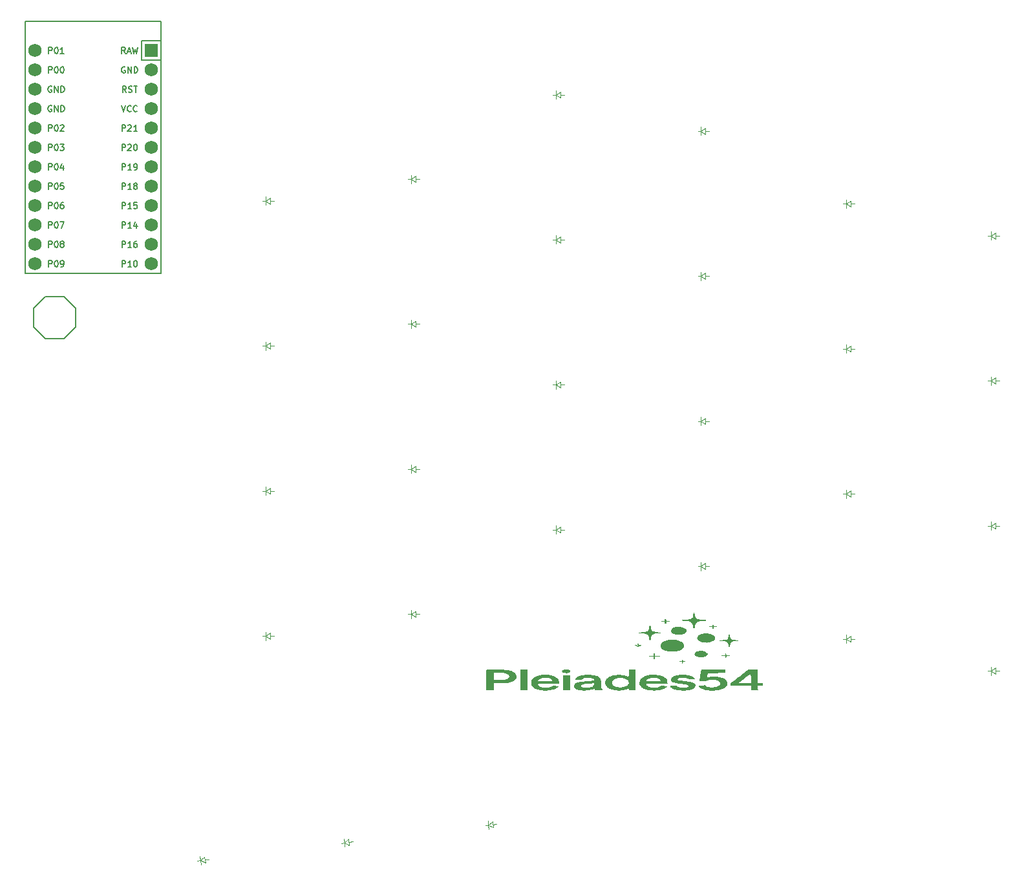
<source format=gbr>
%TF.GenerationSoftware,KiCad,Pcbnew,9.0.1*%
%TF.CreationDate,2025-06-02T17:15:55+02:00*%
%TF.ProjectId,pleiades_r,706c6569-6164-4657-935f-722e6b696361,v1.0.0*%
%TF.SameCoordinates,Original*%
%TF.FileFunction,Legend,Top*%
%TF.FilePolarity,Positive*%
%FSLAX46Y46*%
G04 Gerber Fmt 4.6, Leading zero omitted, Abs format (unit mm)*
G04 Created by KiCad (PCBNEW 9.0.1) date 2025-06-02 17:15:55*
%MOMM*%
%LPD*%
G01*
G04 APERTURE LIST*
%ADD10C,0.150000*%
%ADD11C,0.000000*%
%ADD12C,0.100000*%
%ADD13R,1.752600X1.752600*%
%ADD14C,1.752600*%
G04 APERTURE END LIST*
D10*
X208531127Y73322204D02*
X208264460Y73703157D01*
X208073984Y73322204D02*
X208073984Y74122204D01*
X208073984Y74122204D02*
X208378746Y74122204D01*
X208378746Y74122204D02*
X208454936Y74084109D01*
X208454936Y74084109D02*
X208493031Y74046014D01*
X208493031Y74046014D02*
X208531127Y73969823D01*
X208531127Y73969823D02*
X208531127Y73855538D01*
X208531127Y73855538D02*
X208493031Y73779347D01*
X208493031Y73779347D02*
X208454936Y73741252D01*
X208454936Y73741252D02*
X208378746Y73703157D01*
X208378746Y73703157D02*
X208073984Y73703157D01*
X208835888Y73550776D02*
X209216841Y73550776D01*
X208759698Y73322204D02*
X209026365Y74122204D01*
X209026365Y74122204D02*
X209293031Y73322204D01*
X209483507Y74122204D02*
X209673983Y73322204D01*
X209673983Y73322204D02*
X209826364Y73893633D01*
X209826364Y73893633D02*
X209978745Y73322204D01*
X209978745Y73322204D02*
X210169222Y74122204D01*
X208473984Y71544109D02*
X208397794Y71582204D01*
X208397794Y71582204D02*
X208283508Y71582204D01*
X208283508Y71582204D02*
X208169222Y71544109D01*
X208169222Y71544109D02*
X208093032Y71467919D01*
X208093032Y71467919D02*
X208054937Y71391728D01*
X208054937Y71391728D02*
X208016841Y71239347D01*
X208016841Y71239347D02*
X208016841Y71125061D01*
X208016841Y71125061D02*
X208054937Y70972680D01*
X208054937Y70972680D02*
X208093032Y70896490D01*
X208093032Y70896490D02*
X208169222Y70820300D01*
X208169222Y70820300D02*
X208283508Y70782204D01*
X208283508Y70782204D02*
X208359699Y70782204D01*
X208359699Y70782204D02*
X208473984Y70820300D01*
X208473984Y70820300D02*
X208512080Y70858395D01*
X208512080Y70858395D02*
X208512080Y71125061D01*
X208512080Y71125061D02*
X208359699Y71125061D01*
X208854937Y70782204D02*
X208854937Y71582204D01*
X208854937Y71582204D02*
X209312080Y70782204D01*
X209312080Y70782204D02*
X209312080Y71582204D01*
X209693032Y70782204D02*
X209693032Y71582204D01*
X209693032Y71582204D02*
X209883508Y71582204D01*
X209883508Y71582204D02*
X209997794Y71544109D01*
X209997794Y71544109D02*
X210073984Y71467919D01*
X210073984Y71467919D02*
X210112079Y71391728D01*
X210112079Y71391728D02*
X210150175Y71239347D01*
X210150175Y71239347D02*
X210150175Y71125061D01*
X210150175Y71125061D02*
X210112079Y70972680D01*
X210112079Y70972680D02*
X210073984Y70896490D01*
X210073984Y70896490D02*
X209997794Y70820300D01*
X209997794Y70820300D02*
X209883508Y70782204D01*
X209883508Y70782204D02*
X209693032Y70782204D01*
X208645413Y68242204D02*
X208378746Y68623157D01*
X208188270Y68242204D02*
X208188270Y69042204D01*
X208188270Y69042204D02*
X208493032Y69042204D01*
X208493032Y69042204D02*
X208569222Y69004109D01*
X208569222Y69004109D02*
X208607317Y68966014D01*
X208607317Y68966014D02*
X208645413Y68889823D01*
X208645413Y68889823D02*
X208645413Y68775538D01*
X208645413Y68775538D02*
X208607317Y68699347D01*
X208607317Y68699347D02*
X208569222Y68661252D01*
X208569222Y68661252D02*
X208493032Y68623157D01*
X208493032Y68623157D02*
X208188270Y68623157D01*
X208950174Y68280300D02*
X209064460Y68242204D01*
X209064460Y68242204D02*
X209254936Y68242204D01*
X209254936Y68242204D02*
X209331127Y68280300D01*
X209331127Y68280300D02*
X209369222Y68318395D01*
X209369222Y68318395D02*
X209407317Y68394585D01*
X209407317Y68394585D02*
X209407317Y68470776D01*
X209407317Y68470776D02*
X209369222Y68546966D01*
X209369222Y68546966D02*
X209331127Y68585061D01*
X209331127Y68585061D02*
X209254936Y68623157D01*
X209254936Y68623157D02*
X209102555Y68661252D01*
X209102555Y68661252D02*
X209026365Y68699347D01*
X209026365Y68699347D02*
X208988270Y68737442D01*
X208988270Y68737442D02*
X208950174Y68813633D01*
X208950174Y68813633D02*
X208950174Y68889823D01*
X208950174Y68889823D02*
X208988270Y68966014D01*
X208988270Y68966014D02*
X209026365Y69004109D01*
X209026365Y69004109D02*
X209102555Y69042204D01*
X209102555Y69042204D02*
X209293032Y69042204D01*
X209293032Y69042204D02*
X209407317Y69004109D01*
X209635889Y69042204D02*
X210093032Y69042204D01*
X209864460Y68242204D02*
X209864460Y69042204D01*
X208016841Y66502204D02*
X208283508Y65702204D01*
X208283508Y65702204D02*
X208550174Y66502204D01*
X209273984Y65778395D02*
X209235888Y65740300D01*
X209235888Y65740300D02*
X209121603Y65702204D01*
X209121603Y65702204D02*
X209045412Y65702204D01*
X209045412Y65702204D02*
X208931126Y65740300D01*
X208931126Y65740300D02*
X208854936Y65816490D01*
X208854936Y65816490D02*
X208816841Y65892680D01*
X208816841Y65892680D02*
X208778745Y66045061D01*
X208778745Y66045061D02*
X208778745Y66159347D01*
X208778745Y66159347D02*
X208816841Y66311728D01*
X208816841Y66311728D02*
X208854936Y66387919D01*
X208854936Y66387919D02*
X208931126Y66464109D01*
X208931126Y66464109D02*
X209045412Y66502204D01*
X209045412Y66502204D02*
X209121603Y66502204D01*
X209121603Y66502204D02*
X209235888Y66464109D01*
X209235888Y66464109D02*
X209273984Y66426014D01*
X210073984Y65778395D02*
X210035888Y65740300D01*
X210035888Y65740300D02*
X209921603Y65702204D01*
X209921603Y65702204D02*
X209845412Y65702204D01*
X209845412Y65702204D02*
X209731126Y65740300D01*
X209731126Y65740300D02*
X209654936Y65816490D01*
X209654936Y65816490D02*
X209616841Y65892680D01*
X209616841Y65892680D02*
X209578745Y66045061D01*
X209578745Y66045061D02*
X209578745Y66159347D01*
X209578745Y66159347D02*
X209616841Y66311728D01*
X209616841Y66311728D02*
X209654936Y66387919D01*
X209654936Y66387919D02*
X209731126Y66464109D01*
X209731126Y66464109D02*
X209845412Y66502204D01*
X209845412Y66502204D02*
X209921603Y66502204D01*
X209921603Y66502204D02*
X210035888Y66464109D01*
X210035888Y66464109D02*
X210073984Y66426014D01*
X208112079Y63162204D02*
X208112079Y63962204D01*
X208112079Y63962204D02*
X208416841Y63962204D01*
X208416841Y63962204D02*
X208493031Y63924109D01*
X208493031Y63924109D02*
X208531126Y63886014D01*
X208531126Y63886014D02*
X208569222Y63809823D01*
X208569222Y63809823D02*
X208569222Y63695538D01*
X208569222Y63695538D02*
X208531126Y63619347D01*
X208531126Y63619347D02*
X208493031Y63581252D01*
X208493031Y63581252D02*
X208416841Y63543157D01*
X208416841Y63543157D02*
X208112079Y63543157D01*
X208873983Y63886014D02*
X208912079Y63924109D01*
X208912079Y63924109D02*
X208988269Y63962204D01*
X208988269Y63962204D02*
X209178745Y63962204D01*
X209178745Y63962204D02*
X209254936Y63924109D01*
X209254936Y63924109D02*
X209293031Y63886014D01*
X209293031Y63886014D02*
X209331126Y63809823D01*
X209331126Y63809823D02*
X209331126Y63733633D01*
X209331126Y63733633D02*
X209293031Y63619347D01*
X209293031Y63619347D02*
X208835888Y63162204D01*
X208835888Y63162204D02*
X209331126Y63162204D01*
X210093031Y63162204D02*
X209635888Y63162204D01*
X209864460Y63162204D02*
X209864460Y63962204D01*
X209864460Y63962204D02*
X209788269Y63847919D01*
X209788269Y63847919D02*
X209712079Y63771728D01*
X209712079Y63771728D02*
X209635888Y63733633D01*
X208112079Y60622204D02*
X208112079Y61422204D01*
X208112079Y61422204D02*
X208416841Y61422204D01*
X208416841Y61422204D02*
X208493031Y61384109D01*
X208493031Y61384109D02*
X208531126Y61346014D01*
X208531126Y61346014D02*
X208569222Y61269823D01*
X208569222Y61269823D02*
X208569222Y61155538D01*
X208569222Y61155538D02*
X208531126Y61079347D01*
X208531126Y61079347D02*
X208493031Y61041252D01*
X208493031Y61041252D02*
X208416841Y61003157D01*
X208416841Y61003157D02*
X208112079Y61003157D01*
X208873983Y61346014D02*
X208912079Y61384109D01*
X208912079Y61384109D02*
X208988269Y61422204D01*
X208988269Y61422204D02*
X209178745Y61422204D01*
X209178745Y61422204D02*
X209254936Y61384109D01*
X209254936Y61384109D02*
X209293031Y61346014D01*
X209293031Y61346014D02*
X209331126Y61269823D01*
X209331126Y61269823D02*
X209331126Y61193633D01*
X209331126Y61193633D02*
X209293031Y61079347D01*
X209293031Y61079347D02*
X208835888Y60622204D01*
X208835888Y60622204D02*
X209331126Y60622204D01*
X209826365Y61422204D02*
X209902555Y61422204D01*
X209902555Y61422204D02*
X209978746Y61384109D01*
X209978746Y61384109D02*
X210016841Y61346014D01*
X210016841Y61346014D02*
X210054936Y61269823D01*
X210054936Y61269823D02*
X210093031Y61117442D01*
X210093031Y61117442D02*
X210093031Y60926966D01*
X210093031Y60926966D02*
X210054936Y60774585D01*
X210054936Y60774585D02*
X210016841Y60698395D01*
X210016841Y60698395D02*
X209978746Y60660300D01*
X209978746Y60660300D02*
X209902555Y60622204D01*
X209902555Y60622204D02*
X209826365Y60622204D01*
X209826365Y60622204D02*
X209750174Y60660300D01*
X209750174Y60660300D02*
X209712079Y60698395D01*
X209712079Y60698395D02*
X209673984Y60774585D01*
X209673984Y60774585D02*
X209635888Y60926966D01*
X209635888Y60926966D02*
X209635888Y61117442D01*
X209635888Y61117442D02*
X209673984Y61269823D01*
X209673984Y61269823D02*
X209712079Y61346014D01*
X209712079Y61346014D02*
X209750174Y61384109D01*
X209750174Y61384109D02*
X209826365Y61422204D01*
X208112079Y58082204D02*
X208112079Y58882204D01*
X208112079Y58882204D02*
X208416841Y58882204D01*
X208416841Y58882204D02*
X208493031Y58844109D01*
X208493031Y58844109D02*
X208531126Y58806014D01*
X208531126Y58806014D02*
X208569222Y58729823D01*
X208569222Y58729823D02*
X208569222Y58615538D01*
X208569222Y58615538D02*
X208531126Y58539347D01*
X208531126Y58539347D02*
X208493031Y58501252D01*
X208493031Y58501252D02*
X208416841Y58463157D01*
X208416841Y58463157D02*
X208112079Y58463157D01*
X209331126Y58082204D02*
X208873983Y58082204D01*
X209102555Y58082204D02*
X209102555Y58882204D01*
X209102555Y58882204D02*
X209026364Y58767919D01*
X209026364Y58767919D02*
X208950174Y58691728D01*
X208950174Y58691728D02*
X208873983Y58653633D01*
X209712079Y58082204D02*
X209864460Y58082204D01*
X209864460Y58082204D02*
X209940650Y58120300D01*
X209940650Y58120300D02*
X209978746Y58158395D01*
X209978746Y58158395D02*
X210054936Y58272680D01*
X210054936Y58272680D02*
X210093031Y58425061D01*
X210093031Y58425061D02*
X210093031Y58729823D01*
X210093031Y58729823D02*
X210054936Y58806014D01*
X210054936Y58806014D02*
X210016841Y58844109D01*
X210016841Y58844109D02*
X209940650Y58882204D01*
X209940650Y58882204D02*
X209788269Y58882204D01*
X209788269Y58882204D02*
X209712079Y58844109D01*
X209712079Y58844109D02*
X209673984Y58806014D01*
X209673984Y58806014D02*
X209635888Y58729823D01*
X209635888Y58729823D02*
X209635888Y58539347D01*
X209635888Y58539347D02*
X209673984Y58463157D01*
X209673984Y58463157D02*
X209712079Y58425061D01*
X209712079Y58425061D02*
X209788269Y58386966D01*
X209788269Y58386966D02*
X209940650Y58386966D01*
X209940650Y58386966D02*
X210016841Y58425061D01*
X210016841Y58425061D02*
X210054936Y58463157D01*
X210054936Y58463157D02*
X210093031Y58539347D01*
X208112079Y55542204D02*
X208112079Y56342204D01*
X208112079Y56342204D02*
X208416841Y56342204D01*
X208416841Y56342204D02*
X208493031Y56304109D01*
X208493031Y56304109D02*
X208531126Y56266014D01*
X208531126Y56266014D02*
X208569222Y56189823D01*
X208569222Y56189823D02*
X208569222Y56075538D01*
X208569222Y56075538D02*
X208531126Y55999347D01*
X208531126Y55999347D02*
X208493031Y55961252D01*
X208493031Y55961252D02*
X208416841Y55923157D01*
X208416841Y55923157D02*
X208112079Y55923157D01*
X209331126Y55542204D02*
X208873983Y55542204D01*
X209102555Y55542204D02*
X209102555Y56342204D01*
X209102555Y56342204D02*
X209026364Y56227919D01*
X209026364Y56227919D02*
X208950174Y56151728D01*
X208950174Y56151728D02*
X208873983Y56113633D01*
X209788269Y55999347D02*
X209712079Y56037442D01*
X209712079Y56037442D02*
X209673984Y56075538D01*
X209673984Y56075538D02*
X209635888Y56151728D01*
X209635888Y56151728D02*
X209635888Y56189823D01*
X209635888Y56189823D02*
X209673984Y56266014D01*
X209673984Y56266014D02*
X209712079Y56304109D01*
X209712079Y56304109D02*
X209788269Y56342204D01*
X209788269Y56342204D02*
X209940650Y56342204D01*
X209940650Y56342204D02*
X210016841Y56304109D01*
X210016841Y56304109D02*
X210054936Y56266014D01*
X210054936Y56266014D02*
X210093031Y56189823D01*
X210093031Y56189823D02*
X210093031Y56151728D01*
X210093031Y56151728D02*
X210054936Y56075538D01*
X210054936Y56075538D02*
X210016841Y56037442D01*
X210016841Y56037442D02*
X209940650Y55999347D01*
X209940650Y55999347D02*
X209788269Y55999347D01*
X209788269Y55999347D02*
X209712079Y55961252D01*
X209712079Y55961252D02*
X209673984Y55923157D01*
X209673984Y55923157D02*
X209635888Y55846966D01*
X209635888Y55846966D02*
X209635888Y55694585D01*
X209635888Y55694585D02*
X209673984Y55618395D01*
X209673984Y55618395D02*
X209712079Y55580300D01*
X209712079Y55580300D02*
X209788269Y55542204D01*
X209788269Y55542204D02*
X209940650Y55542204D01*
X209940650Y55542204D02*
X210016841Y55580300D01*
X210016841Y55580300D02*
X210054936Y55618395D01*
X210054936Y55618395D02*
X210093031Y55694585D01*
X210093031Y55694585D02*
X210093031Y55846966D01*
X210093031Y55846966D02*
X210054936Y55923157D01*
X210054936Y55923157D02*
X210016841Y55961252D01*
X210016841Y55961252D02*
X209940650Y55999347D01*
X208112079Y53002204D02*
X208112079Y53802204D01*
X208112079Y53802204D02*
X208416841Y53802204D01*
X208416841Y53802204D02*
X208493031Y53764109D01*
X208493031Y53764109D02*
X208531126Y53726014D01*
X208531126Y53726014D02*
X208569222Y53649823D01*
X208569222Y53649823D02*
X208569222Y53535538D01*
X208569222Y53535538D02*
X208531126Y53459347D01*
X208531126Y53459347D02*
X208493031Y53421252D01*
X208493031Y53421252D02*
X208416841Y53383157D01*
X208416841Y53383157D02*
X208112079Y53383157D01*
X209331126Y53002204D02*
X208873983Y53002204D01*
X209102555Y53002204D02*
X209102555Y53802204D01*
X209102555Y53802204D02*
X209026364Y53687919D01*
X209026364Y53687919D02*
X208950174Y53611728D01*
X208950174Y53611728D02*
X208873983Y53573633D01*
X210054936Y53802204D02*
X209673984Y53802204D01*
X209673984Y53802204D02*
X209635888Y53421252D01*
X209635888Y53421252D02*
X209673984Y53459347D01*
X209673984Y53459347D02*
X209750174Y53497442D01*
X209750174Y53497442D02*
X209940650Y53497442D01*
X209940650Y53497442D02*
X210016841Y53459347D01*
X210016841Y53459347D02*
X210054936Y53421252D01*
X210054936Y53421252D02*
X210093031Y53345061D01*
X210093031Y53345061D02*
X210093031Y53154585D01*
X210093031Y53154585D02*
X210054936Y53078395D01*
X210054936Y53078395D02*
X210016841Y53040300D01*
X210016841Y53040300D02*
X209940650Y53002204D01*
X209940650Y53002204D02*
X209750174Y53002204D01*
X209750174Y53002204D02*
X209673984Y53040300D01*
X209673984Y53040300D02*
X209635888Y53078395D01*
X208112079Y50462204D02*
X208112079Y51262204D01*
X208112079Y51262204D02*
X208416841Y51262204D01*
X208416841Y51262204D02*
X208493031Y51224109D01*
X208493031Y51224109D02*
X208531126Y51186014D01*
X208531126Y51186014D02*
X208569222Y51109823D01*
X208569222Y51109823D02*
X208569222Y50995538D01*
X208569222Y50995538D02*
X208531126Y50919347D01*
X208531126Y50919347D02*
X208493031Y50881252D01*
X208493031Y50881252D02*
X208416841Y50843157D01*
X208416841Y50843157D02*
X208112079Y50843157D01*
X209331126Y50462204D02*
X208873983Y50462204D01*
X209102555Y50462204D02*
X209102555Y51262204D01*
X209102555Y51262204D02*
X209026364Y51147919D01*
X209026364Y51147919D02*
X208950174Y51071728D01*
X208950174Y51071728D02*
X208873983Y51033633D01*
X210016841Y50995538D02*
X210016841Y50462204D01*
X209826365Y51300300D02*
X209635888Y50728871D01*
X209635888Y50728871D02*
X210131127Y50728871D01*
X208112079Y47922204D02*
X208112079Y48722204D01*
X208112079Y48722204D02*
X208416841Y48722204D01*
X208416841Y48722204D02*
X208493031Y48684109D01*
X208493031Y48684109D02*
X208531126Y48646014D01*
X208531126Y48646014D02*
X208569222Y48569823D01*
X208569222Y48569823D02*
X208569222Y48455538D01*
X208569222Y48455538D02*
X208531126Y48379347D01*
X208531126Y48379347D02*
X208493031Y48341252D01*
X208493031Y48341252D02*
X208416841Y48303157D01*
X208416841Y48303157D02*
X208112079Y48303157D01*
X209331126Y47922204D02*
X208873983Y47922204D01*
X209102555Y47922204D02*
X209102555Y48722204D01*
X209102555Y48722204D02*
X209026364Y48607919D01*
X209026364Y48607919D02*
X208950174Y48531728D01*
X208950174Y48531728D02*
X208873983Y48493633D01*
X210016841Y48722204D02*
X209864460Y48722204D01*
X209864460Y48722204D02*
X209788269Y48684109D01*
X209788269Y48684109D02*
X209750174Y48646014D01*
X209750174Y48646014D02*
X209673984Y48531728D01*
X209673984Y48531728D02*
X209635888Y48379347D01*
X209635888Y48379347D02*
X209635888Y48074585D01*
X209635888Y48074585D02*
X209673984Y47998395D01*
X209673984Y47998395D02*
X209712079Y47960300D01*
X209712079Y47960300D02*
X209788269Y47922204D01*
X209788269Y47922204D02*
X209940650Y47922204D01*
X209940650Y47922204D02*
X210016841Y47960300D01*
X210016841Y47960300D02*
X210054936Y47998395D01*
X210054936Y47998395D02*
X210093031Y48074585D01*
X210093031Y48074585D02*
X210093031Y48265061D01*
X210093031Y48265061D02*
X210054936Y48341252D01*
X210054936Y48341252D02*
X210016841Y48379347D01*
X210016841Y48379347D02*
X209940650Y48417442D01*
X209940650Y48417442D02*
X209788269Y48417442D01*
X209788269Y48417442D02*
X209712079Y48379347D01*
X209712079Y48379347D02*
X209673984Y48341252D01*
X209673984Y48341252D02*
X209635888Y48265061D01*
X208112079Y45382204D02*
X208112079Y46182204D01*
X208112079Y46182204D02*
X208416841Y46182204D01*
X208416841Y46182204D02*
X208493031Y46144109D01*
X208493031Y46144109D02*
X208531126Y46106014D01*
X208531126Y46106014D02*
X208569222Y46029823D01*
X208569222Y46029823D02*
X208569222Y45915538D01*
X208569222Y45915538D02*
X208531126Y45839347D01*
X208531126Y45839347D02*
X208493031Y45801252D01*
X208493031Y45801252D02*
X208416841Y45763157D01*
X208416841Y45763157D02*
X208112079Y45763157D01*
X209331126Y45382204D02*
X208873983Y45382204D01*
X209102555Y45382204D02*
X209102555Y46182204D01*
X209102555Y46182204D02*
X209026364Y46067919D01*
X209026364Y46067919D02*
X208950174Y45991728D01*
X208950174Y45991728D02*
X208873983Y45953633D01*
X209826365Y46182204D02*
X209902555Y46182204D01*
X209902555Y46182204D02*
X209978746Y46144109D01*
X209978746Y46144109D02*
X210016841Y46106014D01*
X210016841Y46106014D02*
X210054936Y46029823D01*
X210054936Y46029823D02*
X210093031Y45877442D01*
X210093031Y45877442D02*
X210093031Y45686966D01*
X210093031Y45686966D02*
X210054936Y45534585D01*
X210054936Y45534585D02*
X210016841Y45458395D01*
X210016841Y45458395D02*
X209978746Y45420300D01*
X209978746Y45420300D02*
X209902555Y45382204D01*
X209902555Y45382204D02*
X209826365Y45382204D01*
X209826365Y45382204D02*
X209750174Y45420300D01*
X209750174Y45420300D02*
X209712079Y45458395D01*
X209712079Y45458395D02*
X209673984Y45534585D01*
X209673984Y45534585D02*
X209635888Y45686966D01*
X209635888Y45686966D02*
X209635888Y45877442D01*
X209635888Y45877442D02*
X209673984Y46029823D01*
X209673984Y46029823D02*
X209712079Y46106014D01*
X209712079Y46106014D02*
X209750174Y46144109D01*
X209750174Y46144109D02*
X209826365Y46182204D01*
X198512079Y73322204D02*
X198512079Y74122204D01*
X198512079Y74122204D02*
X198816841Y74122204D01*
X198816841Y74122204D02*
X198893031Y74084109D01*
X198893031Y74084109D02*
X198931126Y74046014D01*
X198931126Y74046014D02*
X198969222Y73969823D01*
X198969222Y73969823D02*
X198969222Y73855538D01*
X198969222Y73855538D02*
X198931126Y73779347D01*
X198931126Y73779347D02*
X198893031Y73741252D01*
X198893031Y73741252D02*
X198816841Y73703157D01*
X198816841Y73703157D02*
X198512079Y73703157D01*
X199464460Y74122204D02*
X199540650Y74122204D01*
X199540650Y74122204D02*
X199616841Y74084109D01*
X199616841Y74084109D02*
X199654936Y74046014D01*
X199654936Y74046014D02*
X199693031Y73969823D01*
X199693031Y73969823D02*
X199731126Y73817442D01*
X199731126Y73817442D02*
X199731126Y73626966D01*
X199731126Y73626966D02*
X199693031Y73474585D01*
X199693031Y73474585D02*
X199654936Y73398395D01*
X199654936Y73398395D02*
X199616841Y73360300D01*
X199616841Y73360300D02*
X199540650Y73322204D01*
X199540650Y73322204D02*
X199464460Y73322204D01*
X199464460Y73322204D02*
X199388269Y73360300D01*
X199388269Y73360300D02*
X199350174Y73398395D01*
X199350174Y73398395D02*
X199312079Y73474585D01*
X199312079Y73474585D02*
X199273983Y73626966D01*
X199273983Y73626966D02*
X199273983Y73817442D01*
X199273983Y73817442D02*
X199312079Y73969823D01*
X199312079Y73969823D02*
X199350174Y74046014D01*
X199350174Y74046014D02*
X199388269Y74084109D01*
X199388269Y74084109D02*
X199464460Y74122204D01*
X200493031Y73322204D02*
X200035888Y73322204D01*
X200264460Y73322204D02*
X200264460Y74122204D01*
X200264460Y74122204D02*
X200188269Y74007919D01*
X200188269Y74007919D02*
X200112079Y73931728D01*
X200112079Y73931728D02*
X200035888Y73893633D01*
X198512079Y70782204D02*
X198512079Y71582204D01*
X198512079Y71582204D02*
X198816841Y71582204D01*
X198816841Y71582204D02*
X198893031Y71544109D01*
X198893031Y71544109D02*
X198931126Y71506014D01*
X198931126Y71506014D02*
X198969222Y71429823D01*
X198969222Y71429823D02*
X198969222Y71315538D01*
X198969222Y71315538D02*
X198931126Y71239347D01*
X198931126Y71239347D02*
X198893031Y71201252D01*
X198893031Y71201252D02*
X198816841Y71163157D01*
X198816841Y71163157D02*
X198512079Y71163157D01*
X199464460Y71582204D02*
X199540650Y71582204D01*
X199540650Y71582204D02*
X199616841Y71544109D01*
X199616841Y71544109D02*
X199654936Y71506014D01*
X199654936Y71506014D02*
X199693031Y71429823D01*
X199693031Y71429823D02*
X199731126Y71277442D01*
X199731126Y71277442D02*
X199731126Y71086966D01*
X199731126Y71086966D02*
X199693031Y70934585D01*
X199693031Y70934585D02*
X199654936Y70858395D01*
X199654936Y70858395D02*
X199616841Y70820300D01*
X199616841Y70820300D02*
X199540650Y70782204D01*
X199540650Y70782204D02*
X199464460Y70782204D01*
X199464460Y70782204D02*
X199388269Y70820300D01*
X199388269Y70820300D02*
X199350174Y70858395D01*
X199350174Y70858395D02*
X199312079Y70934585D01*
X199312079Y70934585D02*
X199273983Y71086966D01*
X199273983Y71086966D02*
X199273983Y71277442D01*
X199273983Y71277442D02*
X199312079Y71429823D01*
X199312079Y71429823D02*
X199350174Y71506014D01*
X199350174Y71506014D02*
X199388269Y71544109D01*
X199388269Y71544109D02*
X199464460Y71582204D01*
X200226365Y71582204D02*
X200302555Y71582204D01*
X200302555Y71582204D02*
X200378746Y71544109D01*
X200378746Y71544109D02*
X200416841Y71506014D01*
X200416841Y71506014D02*
X200454936Y71429823D01*
X200454936Y71429823D02*
X200493031Y71277442D01*
X200493031Y71277442D02*
X200493031Y71086966D01*
X200493031Y71086966D02*
X200454936Y70934585D01*
X200454936Y70934585D02*
X200416841Y70858395D01*
X200416841Y70858395D02*
X200378746Y70820300D01*
X200378746Y70820300D02*
X200302555Y70782204D01*
X200302555Y70782204D02*
X200226365Y70782204D01*
X200226365Y70782204D02*
X200150174Y70820300D01*
X200150174Y70820300D02*
X200112079Y70858395D01*
X200112079Y70858395D02*
X200073984Y70934585D01*
X200073984Y70934585D02*
X200035888Y71086966D01*
X200035888Y71086966D02*
X200035888Y71277442D01*
X200035888Y71277442D02*
X200073984Y71429823D01*
X200073984Y71429823D02*
X200112079Y71506014D01*
X200112079Y71506014D02*
X200150174Y71544109D01*
X200150174Y71544109D02*
X200226365Y71582204D01*
X198873984Y69004109D02*
X198797794Y69042204D01*
X198797794Y69042204D02*
X198683508Y69042204D01*
X198683508Y69042204D02*
X198569222Y69004109D01*
X198569222Y69004109D02*
X198493032Y68927919D01*
X198493032Y68927919D02*
X198454937Y68851728D01*
X198454937Y68851728D02*
X198416841Y68699347D01*
X198416841Y68699347D02*
X198416841Y68585061D01*
X198416841Y68585061D02*
X198454937Y68432680D01*
X198454937Y68432680D02*
X198493032Y68356490D01*
X198493032Y68356490D02*
X198569222Y68280300D01*
X198569222Y68280300D02*
X198683508Y68242204D01*
X198683508Y68242204D02*
X198759699Y68242204D01*
X198759699Y68242204D02*
X198873984Y68280300D01*
X198873984Y68280300D02*
X198912080Y68318395D01*
X198912080Y68318395D02*
X198912080Y68585061D01*
X198912080Y68585061D02*
X198759699Y68585061D01*
X199254937Y68242204D02*
X199254937Y69042204D01*
X199254937Y69042204D02*
X199712080Y68242204D01*
X199712080Y68242204D02*
X199712080Y69042204D01*
X200093032Y68242204D02*
X200093032Y69042204D01*
X200093032Y69042204D02*
X200283508Y69042204D01*
X200283508Y69042204D02*
X200397794Y69004109D01*
X200397794Y69004109D02*
X200473984Y68927919D01*
X200473984Y68927919D02*
X200512079Y68851728D01*
X200512079Y68851728D02*
X200550175Y68699347D01*
X200550175Y68699347D02*
X200550175Y68585061D01*
X200550175Y68585061D02*
X200512079Y68432680D01*
X200512079Y68432680D02*
X200473984Y68356490D01*
X200473984Y68356490D02*
X200397794Y68280300D01*
X200397794Y68280300D02*
X200283508Y68242204D01*
X200283508Y68242204D02*
X200093032Y68242204D01*
X198873984Y66464109D02*
X198797794Y66502204D01*
X198797794Y66502204D02*
X198683508Y66502204D01*
X198683508Y66502204D02*
X198569222Y66464109D01*
X198569222Y66464109D02*
X198493032Y66387919D01*
X198493032Y66387919D02*
X198454937Y66311728D01*
X198454937Y66311728D02*
X198416841Y66159347D01*
X198416841Y66159347D02*
X198416841Y66045061D01*
X198416841Y66045061D02*
X198454937Y65892680D01*
X198454937Y65892680D02*
X198493032Y65816490D01*
X198493032Y65816490D02*
X198569222Y65740300D01*
X198569222Y65740300D02*
X198683508Y65702204D01*
X198683508Y65702204D02*
X198759699Y65702204D01*
X198759699Y65702204D02*
X198873984Y65740300D01*
X198873984Y65740300D02*
X198912080Y65778395D01*
X198912080Y65778395D02*
X198912080Y66045061D01*
X198912080Y66045061D02*
X198759699Y66045061D01*
X199254937Y65702204D02*
X199254937Y66502204D01*
X199254937Y66502204D02*
X199712080Y65702204D01*
X199712080Y65702204D02*
X199712080Y66502204D01*
X200093032Y65702204D02*
X200093032Y66502204D01*
X200093032Y66502204D02*
X200283508Y66502204D01*
X200283508Y66502204D02*
X200397794Y66464109D01*
X200397794Y66464109D02*
X200473984Y66387919D01*
X200473984Y66387919D02*
X200512079Y66311728D01*
X200512079Y66311728D02*
X200550175Y66159347D01*
X200550175Y66159347D02*
X200550175Y66045061D01*
X200550175Y66045061D02*
X200512079Y65892680D01*
X200512079Y65892680D02*
X200473984Y65816490D01*
X200473984Y65816490D02*
X200397794Y65740300D01*
X200397794Y65740300D02*
X200283508Y65702204D01*
X200283508Y65702204D02*
X200093032Y65702204D01*
X198512079Y63162204D02*
X198512079Y63962204D01*
X198512079Y63962204D02*
X198816841Y63962204D01*
X198816841Y63962204D02*
X198893031Y63924109D01*
X198893031Y63924109D02*
X198931126Y63886014D01*
X198931126Y63886014D02*
X198969222Y63809823D01*
X198969222Y63809823D02*
X198969222Y63695538D01*
X198969222Y63695538D02*
X198931126Y63619347D01*
X198931126Y63619347D02*
X198893031Y63581252D01*
X198893031Y63581252D02*
X198816841Y63543157D01*
X198816841Y63543157D02*
X198512079Y63543157D01*
X199464460Y63962204D02*
X199540650Y63962204D01*
X199540650Y63962204D02*
X199616841Y63924109D01*
X199616841Y63924109D02*
X199654936Y63886014D01*
X199654936Y63886014D02*
X199693031Y63809823D01*
X199693031Y63809823D02*
X199731126Y63657442D01*
X199731126Y63657442D02*
X199731126Y63466966D01*
X199731126Y63466966D02*
X199693031Y63314585D01*
X199693031Y63314585D02*
X199654936Y63238395D01*
X199654936Y63238395D02*
X199616841Y63200300D01*
X199616841Y63200300D02*
X199540650Y63162204D01*
X199540650Y63162204D02*
X199464460Y63162204D01*
X199464460Y63162204D02*
X199388269Y63200300D01*
X199388269Y63200300D02*
X199350174Y63238395D01*
X199350174Y63238395D02*
X199312079Y63314585D01*
X199312079Y63314585D02*
X199273983Y63466966D01*
X199273983Y63466966D02*
X199273983Y63657442D01*
X199273983Y63657442D02*
X199312079Y63809823D01*
X199312079Y63809823D02*
X199350174Y63886014D01*
X199350174Y63886014D02*
X199388269Y63924109D01*
X199388269Y63924109D02*
X199464460Y63962204D01*
X200035888Y63886014D02*
X200073984Y63924109D01*
X200073984Y63924109D02*
X200150174Y63962204D01*
X200150174Y63962204D02*
X200340650Y63962204D01*
X200340650Y63962204D02*
X200416841Y63924109D01*
X200416841Y63924109D02*
X200454936Y63886014D01*
X200454936Y63886014D02*
X200493031Y63809823D01*
X200493031Y63809823D02*
X200493031Y63733633D01*
X200493031Y63733633D02*
X200454936Y63619347D01*
X200454936Y63619347D02*
X199997793Y63162204D01*
X199997793Y63162204D02*
X200493031Y63162204D01*
X198512079Y60622204D02*
X198512079Y61422204D01*
X198512079Y61422204D02*
X198816841Y61422204D01*
X198816841Y61422204D02*
X198893031Y61384109D01*
X198893031Y61384109D02*
X198931126Y61346014D01*
X198931126Y61346014D02*
X198969222Y61269823D01*
X198969222Y61269823D02*
X198969222Y61155538D01*
X198969222Y61155538D02*
X198931126Y61079347D01*
X198931126Y61079347D02*
X198893031Y61041252D01*
X198893031Y61041252D02*
X198816841Y61003157D01*
X198816841Y61003157D02*
X198512079Y61003157D01*
X199464460Y61422204D02*
X199540650Y61422204D01*
X199540650Y61422204D02*
X199616841Y61384109D01*
X199616841Y61384109D02*
X199654936Y61346014D01*
X199654936Y61346014D02*
X199693031Y61269823D01*
X199693031Y61269823D02*
X199731126Y61117442D01*
X199731126Y61117442D02*
X199731126Y60926966D01*
X199731126Y60926966D02*
X199693031Y60774585D01*
X199693031Y60774585D02*
X199654936Y60698395D01*
X199654936Y60698395D02*
X199616841Y60660300D01*
X199616841Y60660300D02*
X199540650Y60622204D01*
X199540650Y60622204D02*
X199464460Y60622204D01*
X199464460Y60622204D02*
X199388269Y60660300D01*
X199388269Y60660300D02*
X199350174Y60698395D01*
X199350174Y60698395D02*
X199312079Y60774585D01*
X199312079Y60774585D02*
X199273983Y60926966D01*
X199273983Y60926966D02*
X199273983Y61117442D01*
X199273983Y61117442D02*
X199312079Y61269823D01*
X199312079Y61269823D02*
X199350174Y61346014D01*
X199350174Y61346014D02*
X199388269Y61384109D01*
X199388269Y61384109D02*
X199464460Y61422204D01*
X199997793Y61422204D02*
X200493031Y61422204D01*
X200493031Y61422204D02*
X200226365Y61117442D01*
X200226365Y61117442D02*
X200340650Y61117442D01*
X200340650Y61117442D02*
X200416841Y61079347D01*
X200416841Y61079347D02*
X200454936Y61041252D01*
X200454936Y61041252D02*
X200493031Y60965061D01*
X200493031Y60965061D02*
X200493031Y60774585D01*
X200493031Y60774585D02*
X200454936Y60698395D01*
X200454936Y60698395D02*
X200416841Y60660300D01*
X200416841Y60660300D02*
X200340650Y60622204D01*
X200340650Y60622204D02*
X200112079Y60622204D01*
X200112079Y60622204D02*
X200035888Y60660300D01*
X200035888Y60660300D02*
X199997793Y60698395D01*
X198512079Y58082204D02*
X198512079Y58882204D01*
X198512079Y58882204D02*
X198816841Y58882204D01*
X198816841Y58882204D02*
X198893031Y58844109D01*
X198893031Y58844109D02*
X198931126Y58806014D01*
X198931126Y58806014D02*
X198969222Y58729823D01*
X198969222Y58729823D02*
X198969222Y58615538D01*
X198969222Y58615538D02*
X198931126Y58539347D01*
X198931126Y58539347D02*
X198893031Y58501252D01*
X198893031Y58501252D02*
X198816841Y58463157D01*
X198816841Y58463157D02*
X198512079Y58463157D01*
X199464460Y58882204D02*
X199540650Y58882204D01*
X199540650Y58882204D02*
X199616841Y58844109D01*
X199616841Y58844109D02*
X199654936Y58806014D01*
X199654936Y58806014D02*
X199693031Y58729823D01*
X199693031Y58729823D02*
X199731126Y58577442D01*
X199731126Y58577442D02*
X199731126Y58386966D01*
X199731126Y58386966D02*
X199693031Y58234585D01*
X199693031Y58234585D02*
X199654936Y58158395D01*
X199654936Y58158395D02*
X199616841Y58120300D01*
X199616841Y58120300D02*
X199540650Y58082204D01*
X199540650Y58082204D02*
X199464460Y58082204D01*
X199464460Y58082204D02*
X199388269Y58120300D01*
X199388269Y58120300D02*
X199350174Y58158395D01*
X199350174Y58158395D02*
X199312079Y58234585D01*
X199312079Y58234585D02*
X199273983Y58386966D01*
X199273983Y58386966D02*
X199273983Y58577442D01*
X199273983Y58577442D02*
X199312079Y58729823D01*
X199312079Y58729823D02*
X199350174Y58806014D01*
X199350174Y58806014D02*
X199388269Y58844109D01*
X199388269Y58844109D02*
X199464460Y58882204D01*
X200416841Y58615538D02*
X200416841Y58082204D01*
X200226365Y58920300D02*
X200035888Y58348871D01*
X200035888Y58348871D02*
X200531127Y58348871D01*
X198512079Y55542204D02*
X198512079Y56342204D01*
X198512079Y56342204D02*
X198816841Y56342204D01*
X198816841Y56342204D02*
X198893031Y56304109D01*
X198893031Y56304109D02*
X198931126Y56266014D01*
X198931126Y56266014D02*
X198969222Y56189823D01*
X198969222Y56189823D02*
X198969222Y56075538D01*
X198969222Y56075538D02*
X198931126Y55999347D01*
X198931126Y55999347D02*
X198893031Y55961252D01*
X198893031Y55961252D02*
X198816841Y55923157D01*
X198816841Y55923157D02*
X198512079Y55923157D01*
X199464460Y56342204D02*
X199540650Y56342204D01*
X199540650Y56342204D02*
X199616841Y56304109D01*
X199616841Y56304109D02*
X199654936Y56266014D01*
X199654936Y56266014D02*
X199693031Y56189823D01*
X199693031Y56189823D02*
X199731126Y56037442D01*
X199731126Y56037442D02*
X199731126Y55846966D01*
X199731126Y55846966D02*
X199693031Y55694585D01*
X199693031Y55694585D02*
X199654936Y55618395D01*
X199654936Y55618395D02*
X199616841Y55580300D01*
X199616841Y55580300D02*
X199540650Y55542204D01*
X199540650Y55542204D02*
X199464460Y55542204D01*
X199464460Y55542204D02*
X199388269Y55580300D01*
X199388269Y55580300D02*
X199350174Y55618395D01*
X199350174Y55618395D02*
X199312079Y55694585D01*
X199312079Y55694585D02*
X199273983Y55846966D01*
X199273983Y55846966D02*
X199273983Y56037442D01*
X199273983Y56037442D02*
X199312079Y56189823D01*
X199312079Y56189823D02*
X199350174Y56266014D01*
X199350174Y56266014D02*
X199388269Y56304109D01*
X199388269Y56304109D02*
X199464460Y56342204D01*
X200454936Y56342204D02*
X200073984Y56342204D01*
X200073984Y56342204D02*
X200035888Y55961252D01*
X200035888Y55961252D02*
X200073984Y55999347D01*
X200073984Y55999347D02*
X200150174Y56037442D01*
X200150174Y56037442D02*
X200340650Y56037442D01*
X200340650Y56037442D02*
X200416841Y55999347D01*
X200416841Y55999347D02*
X200454936Y55961252D01*
X200454936Y55961252D02*
X200493031Y55885061D01*
X200493031Y55885061D02*
X200493031Y55694585D01*
X200493031Y55694585D02*
X200454936Y55618395D01*
X200454936Y55618395D02*
X200416841Y55580300D01*
X200416841Y55580300D02*
X200340650Y55542204D01*
X200340650Y55542204D02*
X200150174Y55542204D01*
X200150174Y55542204D02*
X200073984Y55580300D01*
X200073984Y55580300D02*
X200035888Y55618395D01*
X198512079Y53002204D02*
X198512079Y53802204D01*
X198512079Y53802204D02*
X198816841Y53802204D01*
X198816841Y53802204D02*
X198893031Y53764109D01*
X198893031Y53764109D02*
X198931126Y53726014D01*
X198931126Y53726014D02*
X198969222Y53649823D01*
X198969222Y53649823D02*
X198969222Y53535538D01*
X198969222Y53535538D02*
X198931126Y53459347D01*
X198931126Y53459347D02*
X198893031Y53421252D01*
X198893031Y53421252D02*
X198816841Y53383157D01*
X198816841Y53383157D02*
X198512079Y53383157D01*
X199464460Y53802204D02*
X199540650Y53802204D01*
X199540650Y53802204D02*
X199616841Y53764109D01*
X199616841Y53764109D02*
X199654936Y53726014D01*
X199654936Y53726014D02*
X199693031Y53649823D01*
X199693031Y53649823D02*
X199731126Y53497442D01*
X199731126Y53497442D02*
X199731126Y53306966D01*
X199731126Y53306966D02*
X199693031Y53154585D01*
X199693031Y53154585D02*
X199654936Y53078395D01*
X199654936Y53078395D02*
X199616841Y53040300D01*
X199616841Y53040300D02*
X199540650Y53002204D01*
X199540650Y53002204D02*
X199464460Y53002204D01*
X199464460Y53002204D02*
X199388269Y53040300D01*
X199388269Y53040300D02*
X199350174Y53078395D01*
X199350174Y53078395D02*
X199312079Y53154585D01*
X199312079Y53154585D02*
X199273983Y53306966D01*
X199273983Y53306966D02*
X199273983Y53497442D01*
X199273983Y53497442D02*
X199312079Y53649823D01*
X199312079Y53649823D02*
X199350174Y53726014D01*
X199350174Y53726014D02*
X199388269Y53764109D01*
X199388269Y53764109D02*
X199464460Y53802204D01*
X200416841Y53802204D02*
X200264460Y53802204D01*
X200264460Y53802204D02*
X200188269Y53764109D01*
X200188269Y53764109D02*
X200150174Y53726014D01*
X200150174Y53726014D02*
X200073984Y53611728D01*
X200073984Y53611728D02*
X200035888Y53459347D01*
X200035888Y53459347D02*
X200035888Y53154585D01*
X200035888Y53154585D02*
X200073984Y53078395D01*
X200073984Y53078395D02*
X200112079Y53040300D01*
X200112079Y53040300D02*
X200188269Y53002204D01*
X200188269Y53002204D02*
X200340650Y53002204D01*
X200340650Y53002204D02*
X200416841Y53040300D01*
X200416841Y53040300D02*
X200454936Y53078395D01*
X200454936Y53078395D02*
X200493031Y53154585D01*
X200493031Y53154585D02*
X200493031Y53345061D01*
X200493031Y53345061D02*
X200454936Y53421252D01*
X200454936Y53421252D02*
X200416841Y53459347D01*
X200416841Y53459347D02*
X200340650Y53497442D01*
X200340650Y53497442D02*
X200188269Y53497442D01*
X200188269Y53497442D02*
X200112079Y53459347D01*
X200112079Y53459347D02*
X200073984Y53421252D01*
X200073984Y53421252D02*
X200035888Y53345061D01*
X198512079Y50462204D02*
X198512079Y51262204D01*
X198512079Y51262204D02*
X198816841Y51262204D01*
X198816841Y51262204D02*
X198893031Y51224109D01*
X198893031Y51224109D02*
X198931126Y51186014D01*
X198931126Y51186014D02*
X198969222Y51109823D01*
X198969222Y51109823D02*
X198969222Y50995538D01*
X198969222Y50995538D02*
X198931126Y50919347D01*
X198931126Y50919347D02*
X198893031Y50881252D01*
X198893031Y50881252D02*
X198816841Y50843157D01*
X198816841Y50843157D02*
X198512079Y50843157D01*
X199464460Y51262204D02*
X199540650Y51262204D01*
X199540650Y51262204D02*
X199616841Y51224109D01*
X199616841Y51224109D02*
X199654936Y51186014D01*
X199654936Y51186014D02*
X199693031Y51109823D01*
X199693031Y51109823D02*
X199731126Y50957442D01*
X199731126Y50957442D02*
X199731126Y50766966D01*
X199731126Y50766966D02*
X199693031Y50614585D01*
X199693031Y50614585D02*
X199654936Y50538395D01*
X199654936Y50538395D02*
X199616841Y50500300D01*
X199616841Y50500300D02*
X199540650Y50462204D01*
X199540650Y50462204D02*
X199464460Y50462204D01*
X199464460Y50462204D02*
X199388269Y50500300D01*
X199388269Y50500300D02*
X199350174Y50538395D01*
X199350174Y50538395D02*
X199312079Y50614585D01*
X199312079Y50614585D02*
X199273983Y50766966D01*
X199273983Y50766966D02*
X199273983Y50957442D01*
X199273983Y50957442D02*
X199312079Y51109823D01*
X199312079Y51109823D02*
X199350174Y51186014D01*
X199350174Y51186014D02*
X199388269Y51224109D01*
X199388269Y51224109D02*
X199464460Y51262204D01*
X199997793Y51262204D02*
X200531127Y51262204D01*
X200531127Y51262204D02*
X200188269Y50462204D01*
X198512079Y47922204D02*
X198512079Y48722204D01*
X198512079Y48722204D02*
X198816841Y48722204D01*
X198816841Y48722204D02*
X198893031Y48684109D01*
X198893031Y48684109D02*
X198931126Y48646014D01*
X198931126Y48646014D02*
X198969222Y48569823D01*
X198969222Y48569823D02*
X198969222Y48455538D01*
X198969222Y48455538D02*
X198931126Y48379347D01*
X198931126Y48379347D02*
X198893031Y48341252D01*
X198893031Y48341252D02*
X198816841Y48303157D01*
X198816841Y48303157D02*
X198512079Y48303157D01*
X199464460Y48722204D02*
X199540650Y48722204D01*
X199540650Y48722204D02*
X199616841Y48684109D01*
X199616841Y48684109D02*
X199654936Y48646014D01*
X199654936Y48646014D02*
X199693031Y48569823D01*
X199693031Y48569823D02*
X199731126Y48417442D01*
X199731126Y48417442D02*
X199731126Y48226966D01*
X199731126Y48226966D02*
X199693031Y48074585D01*
X199693031Y48074585D02*
X199654936Y47998395D01*
X199654936Y47998395D02*
X199616841Y47960300D01*
X199616841Y47960300D02*
X199540650Y47922204D01*
X199540650Y47922204D02*
X199464460Y47922204D01*
X199464460Y47922204D02*
X199388269Y47960300D01*
X199388269Y47960300D02*
X199350174Y47998395D01*
X199350174Y47998395D02*
X199312079Y48074585D01*
X199312079Y48074585D02*
X199273983Y48226966D01*
X199273983Y48226966D02*
X199273983Y48417442D01*
X199273983Y48417442D02*
X199312079Y48569823D01*
X199312079Y48569823D02*
X199350174Y48646014D01*
X199350174Y48646014D02*
X199388269Y48684109D01*
X199388269Y48684109D02*
X199464460Y48722204D01*
X200188269Y48379347D02*
X200112079Y48417442D01*
X200112079Y48417442D02*
X200073984Y48455538D01*
X200073984Y48455538D02*
X200035888Y48531728D01*
X200035888Y48531728D02*
X200035888Y48569823D01*
X200035888Y48569823D02*
X200073984Y48646014D01*
X200073984Y48646014D02*
X200112079Y48684109D01*
X200112079Y48684109D02*
X200188269Y48722204D01*
X200188269Y48722204D02*
X200340650Y48722204D01*
X200340650Y48722204D02*
X200416841Y48684109D01*
X200416841Y48684109D02*
X200454936Y48646014D01*
X200454936Y48646014D02*
X200493031Y48569823D01*
X200493031Y48569823D02*
X200493031Y48531728D01*
X200493031Y48531728D02*
X200454936Y48455538D01*
X200454936Y48455538D02*
X200416841Y48417442D01*
X200416841Y48417442D02*
X200340650Y48379347D01*
X200340650Y48379347D02*
X200188269Y48379347D01*
X200188269Y48379347D02*
X200112079Y48341252D01*
X200112079Y48341252D02*
X200073984Y48303157D01*
X200073984Y48303157D02*
X200035888Y48226966D01*
X200035888Y48226966D02*
X200035888Y48074585D01*
X200035888Y48074585D02*
X200073984Y47998395D01*
X200073984Y47998395D02*
X200112079Y47960300D01*
X200112079Y47960300D02*
X200188269Y47922204D01*
X200188269Y47922204D02*
X200340650Y47922204D01*
X200340650Y47922204D02*
X200416841Y47960300D01*
X200416841Y47960300D02*
X200454936Y47998395D01*
X200454936Y47998395D02*
X200493031Y48074585D01*
X200493031Y48074585D02*
X200493031Y48226966D01*
X200493031Y48226966D02*
X200454936Y48303157D01*
X200454936Y48303157D02*
X200416841Y48341252D01*
X200416841Y48341252D02*
X200340650Y48379347D01*
X198512079Y45382204D02*
X198512079Y46182204D01*
X198512079Y46182204D02*
X198816841Y46182204D01*
X198816841Y46182204D02*
X198893031Y46144109D01*
X198893031Y46144109D02*
X198931126Y46106014D01*
X198931126Y46106014D02*
X198969222Y46029823D01*
X198969222Y46029823D02*
X198969222Y45915538D01*
X198969222Y45915538D02*
X198931126Y45839347D01*
X198931126Y45839347D02*
X198893031Y45801252D01*
X198893031Y45801252D02*
X198816841Y45763157D01*
X198816841Y45763157D02*
X198512079Y45763157D01*
X199464460Y46182204D02*
X199540650Y46182204D01*
X199540650Y46182204D02*
X199616841Y46144109D01*
X199616841Y46144109D02*
X199654936Y46106014D01*
X199654936Y46106014D02*
X199693031Y46029823D01*
X199693031Y46029823D02*
X199731126Y45877442D01*
X199731126Y45877442D02*
X199731126Y45686966D01*
X199731126Y45686966D02*
X199693031Y45534585D01*
X199693031Y45534585D02*
X199654936Y45458395D01*
X199654936Y45458395D02*
X199616841Y45420300D01*
X199616841Y45420300D02*
X199540650Y45382204D01*
X199540650Y45382204D02*
X199464460Y45382204D01*
X199464460Y45382204D02*
X199388269Y45420300D01*
X199388269Y45420300D02*
X199350174Y45458395D01*
X199350174Y45458395D02*
X199312079Y45534585D01*
X199312079Y45534585D02*
X199273983Y45686966D01*
X199273983Y45686966D02*
X199273983Y45877442D01*
X199273983Y45877442D02*
X199312079Y46029823D01*
X199312079Y46029823D02*
X199350174Y46106014D01*
X199350174Y46106014D02*
X199388269Y46144109D01*
X199388269Y46144109D02*
X199464460Y46182204D01*
X200112079Y45382204D02*
X200264460Y45382204D01*
X200264460Y45382204D02*
X200340650Y45420300D01*
X200340650Y45420300D02*
X200378746Y45458395D01*
X200378746Y45458395D02*
X200454936Y45572680D01*
X200454936Y45572680D02*
X200493031Y45725061D01*
X200493031Y45725061D02*
X200493031Y46029823D01*
X200493031Y46029823D02*
X200454936Y46106014D01*
X200454936Y46106014D02*
X200416841Y46144109D01*
X200416841Y46144109D02*
X200340650Y46182204D01*
X200340650Y46182204D02*
X200188269Y46182204D01*
X200188269Y46182204D02*
X200112079Y46144109D01*
X200112079Y46144109D02*
X200073984Y46106014D01*
X200073984Y46106014D02*
X200035888Y46029823D01*
X200035888Y46029823D02*
X200035888Y45839347D01*
X200035888Y45839347D02*
X200073984Y45763157D01*
X200073984Y45763157D02*
X200112079Y45725061D01*
X200112079Y45725061D02*
X200188269Y45686966D01*
X200188269Y45686966D02*
X200340650Y45686966D01*
X200340650Y45686966D02*
X200416841Y45725061D01*
X200416841Y45725061D02*
X200454936Y45763157D01*
X200454936Y45763157D02*
X200493031Y45839347D01*
D11*
%TO.C,G\u002A\u002A\u002A*%
G36*
X263644615Y-8083251D02*
G01*
X263878636Y-8090928D01*
X264054659Y-8103736D01*
X264192525Y-8123326D01*
X264237546Y-8132557D01*
X264345301Y-8153664D01*
X264421742Y-8163269D01*
X264442699Y-8161983D01*
X264463514Y-8165668D01*
X264465230Y-8173513D01*
X264496397Y-8194174D01*
X264519079Y-8196308D01*
X264580241Y-8210722D01*
X264638119Y-8240269D01*
X264676681Y-8263890D01*
X264680508Y-8260703D01*
X264679656Y-8259808D01*
X264663382Y-8236182D01*
X264689221Y-8243343D01*
X264754571Y-8280029D01*
X264856827Y-8344979D01*
X264861016Y-8347731D01*
X264948689Y-8403734D01*
X265019639Y-8446036D01*
X265059595Y-8466162D01*
X265061153Y-8466590D01*
X265090438Y-8488743D01*
X265090461Y-8489393D01*
X265105282Y-8515208D01*
X265143261Y-8563690D01*
X265174695Y-8600111D01*
X265220563Y-8652308D01*
X265252079Y-8693292D01*
X265274398Y-8733824D01*
X265292678Y-8784668D01*
X265312074Y-8856584D01*
X265327601Y-8919231D01*
X265344074Y-9007917D01*
X265350789Y-9092898D01*
X265346688Y-9158404D01*
X265344314Y-9168346D01*
X265320133Y-9251384D01*
X263984143Y-9253698D01*
X263668713Y-9254216D01*
X263378604Y-9254639D01*
X263122954Y-9254956D01*
X262910902Y-9255159D01*
X262751584Y-9255240D01*
X262654138Y-9255188D01*
X262626951Y-9255049D01*
X262609264Y-9271264D01*
X262597173Y-9310367D01*
X262604792Y-9358992D01*
X262633699Y-9417224D01*
X262674843Y-9472552D01*
X262719173Y-9512463D01*
X262752394Y-9524923D01*
X262773309Y-9536616D01*
X262768752Y-9541736D01*
X262780907Y-9565396D01*
X262840313Y-9603346D01*
X262930063Y-9647565D01*
X263033249Y-9690029D01*
X263132963Y-9722716D01*
X263168195Y-9731278D01*
X263316620Y-9755434D01*
X263473681Y-9770135D01*
X263615265Y-9774185D01*
X263717263Y-9766390D01*
X263741550Y-9759699D01*
X263818280Y-9744533D01*
X263859040Y-9746816D01*
X263909605Y-9746807D01*
X263918153Y-9738080D01*
X263942055Y-9726864D01*
X263956422Y-9729827D01*
X264029507Y-9729737D01*
X264139710Y-9696929D01*
X264284268Y-9632292D01*
X264325816Y-9611074D01*
X264420842Y-9566338D01*
X264512022Y-9538545D01*
X264617320Y-9526170D01*
X264754705Y-9527687D01*
X264942142Y-9541569D01*
X265038361Y-9550551D01*
X265279338Y-9573769D01*
X265217873Y-9642154D01*
X265179574Y-9689886D01*
X265162368Y-9721709D01*
X265162511Y-9725192D01*
X265138885Y-9739223D01*
X265127231Y-9739846D01*
X265103302Y-9751677D01*
X265108787Y-9758404D01*
X265097325Y-9780454D01*
X265051384Y-9798461D01*
X264998159Y-9821877D01*
X264994578Y-9839003D01*
X264988226Y-9853027D01*
X264968141Y-9852676D01*
X264921581Y-9861196D01*
X264916391Y-9870102D01*
X264888556Y-9904032D01*
X264879042Y-9909179D01*
X264861470Y-9910731D01*
X264872563Y-9896154D01*
X264867095Y-9891670D01*
X264821415Y-9912103D01*
X264777845Y-9935231D01*
X264712166Y-9968823D01*
X264679009Y-9980266D01*
X264679761Y-9974308D01*
X264679113Y-9965116D01*
X264641797Y-9984077D01*
X264573673Y-10011720D01*
X264521668Y-10017413D01*
X264471831Y-10023809D01*
X264465230Y-10033219D01*
X264442160Y-10046204D01*
X264429303Y-10043666D01*
X264375709Y-10046202D01*
X264341031Y-10058736D01*
X264271401Y-10076674D01*
X264234749Y-10075920D01*
X264200657Y-10077404D01*
X264211901Y-10092081D01*
X264217498Y-10109042D01*
X264161214Y-10106537D01*
X264158725Y-10106214D01*
X264093285Y-10104732D01*
X264074461Y-10114223D01*
X264044112Y-10124678D01*
X263999595Y-10121368D01*
X263929454Y-10118805D01*
X263904014Y-10126247D01*
X263858902Y-10134362D01*
X263760421Y-10140321D01*
X263629943Y-10143969D01*
X263488842Y-10145155D01*
X263358493Y-10143726D01*
X263260269Y-10139531D01*
X263215544Y-10132416D01*
X263214768Y-10131159D01*
X263183583Y-10122132D01*
X263136615Y-10124954D01*
X263072426Y-10123987D01*
X263058461Y-10111265D01*
X263030328Y-10096115D01*
X263001097Y-10098364D01*
X262938783Y-10098610D01*
X262921691Y-10091538D01*
X262871795Y-10081647D01*
X262842286Y-10084713D01*
X262792926Y-10082973D01*
X262784922Y-10072937D01*
X262761229Y-10059327D01*
X262745845Y-10062231D01*
X262709894Y-10060033D01*
X262706768Y-10052461D01*
X262682964Y-10039720D01*
X262667691Y-10042692D01*
X262631741Y-10040495D01*
X262628615Y-10032923D01*
X262604811Y-10020182D01*
X262589538Y-10023154D01*
X262553529Y-10021605D01*
X262550461Y-10014538D01*
X262524941Y-9998227D01*
X262513855Y-9998731D01*
X262468263Y-9988372D01*
X262394197Y-9956539D01*
X262353221Y-9935231D01*
X262292854Y-9903735D01*
X262270783Y-9896161D01*
X262281183Y-9905923D01*
X262304064Y-9926333D01*
X262280994Y-9920803D01*
X262226894Y-9897632D01*
X262145918Y-9858797D01*
X262123263Y-9840920D01*
X262160545Y-9845410D01*
X262169461Y-9847604D01*
X262175649Y-9845691D01*
X262130183Y-9825533D01*
X262110644Y-9817746D01*
X262044230Y-9785773D01*
X262020891Y-9762065D01*
X262022496Y-9759729D01*
X262009811Y-9740601D01*
X261981144Y-9732262D01*
X261940909Y-9712899D01*
X261944598Y-9700907D01*
X261940470Y-9682833D01*
X261925230Y-9681231D01*
X261899747Y-9669329D01*
X261905691Y-9661692D01*
X261907397Y-9643585D01*
X261896775Y-9642154D01*
X261868054Y-9625583D01*
X261857349Y-9599950D01*
X261832791Y-9559604D01*
X261804950Y-9543519D01*
X261778736Y-9518185D01*
X261785761Y-9507569D01*
X261787867Y-9488004D01*
X261773657Y-9485846D01*
X261757296Y-9485303D01*
X261745331Y-9480031D01*
X261736854Y-9464560D01*
X261730959Y-9433423D01*
X261726736Y-9381153D01*
X261723279Y-9302282D01*
X261719680Y-9191342D01*
X261718521Y-9153692D01*
X261716767Y-9000042D01*
X261722109Y-8888295D01*
X262589507Y-8888295D01*
X262591456Y-8901045D01*
X262603465Y-8910744D01*
X262634741Y-8917736D01*
X262694491Y-8922367D01*
X262791922Y-8924981D01*
X262936242Y-8925923D01*
X263136658Y-8925539D01*
X263402377Y-8924173D01*
X263527353Y-8923439D01*
X264465230Y-8917878D01*
X264465230Y-8854517D01*
X264447498Y-8796115D01*
X264407994Y-8750298D01*
X264373466Y-8715460D01*
X264375430Y-8697105D01*
X264369677Y-8685862D01*
X264352206Y-8684769D01*
X264321302Y-8674390D01*
X264325930Y-8667278D01*
X264315128Y-8646734D01*
X264286683Y-8638108D01*
X264244718Y-8620031D01*
X264246626Y-8609593D01*
X264234649Y-8586781D01*
X264178293Y-8552408D01*
X264164647Y-8545955D01*
X264106131Y-8522997D01*
X264086876Y-8523409D01*
X264090596Y-8528461D01*
X264100677Y-8543601D01*
X264068618Y-8527045D01*
X264066346Y-8525672D01*
X263970142Y-8492136D01*
X263823011Y-8467821D01*
X263650612Y-8454163D01*
X263478603Y-8452596D01*
X263332643Y-8464552D01*
X263262472Y-8480747D01*
X263187384Y-8499846D01*
X263142195Y-8500878D01*
X263096655Y-8506821D01*
X263014573Y-8533021D01*
X262945854Y-8560323D01*
X262778913Y-8647686D01*
X262678791Y-8736760D01*
X262655745Y-8780918D01*
X262633648Y-8819859D01*
X262616596Y-8834060D01*
X262594312Y-8862853D01*
X262589507Y-8888295D01*
X261722109Y-8888295D01*
X261722326Y-8883754D01*
X261735442Y-8803272D01*
X261756360Y-8757042D01*
X261782872Y-8743424D01*
X261800621Y-8728978D01*
X261793868Y-8714077D01*
X261793056Y-8688918D01*
X261809226Y-8684769D01*
X261840792Y-8673587D01*
X261840257Y-8670115D01*
X261851775Y-8640765D01*
X261890233Y-8595511D01*
X261939365Y-8551013D01*
X261982904Y-8523929D01*
X261983050Y-8523876D01*
X261998126Y-8510764D01*
X261986146Y-8509222D01*
X261983689Y-8499031D01*
X262025223Y-8478166D01*
X262061748Y-8459989D01*
X262042461Y-8460116D01*
X262025707Y-8458572D01*
X262063044Y-8437853D01*
X262070107Y-8434683D01*
X262125977Y-8405188D01*
X262139077Y-8387898D01*
X262154990Y-8371018D01*
X262214598Y-8337269D01*
X262266037Y-8312203D01*
X262335601Y-8282032D01*
X262364746Y-8274072D01*
X262354867Y-8284231D01*
X262354045Y-8291463D01*
X262393837Y-8279631D01*
X262456485Y-8255652D01*
X262524229Y-8226445D01*
X262579310Y-8198928D01*
X262589484Y-8192829D01*
X262633792Y-8180911D01*
X262733740Y-8160711D01*
X262870582Y-8135932D01*
X262922259Y-8127109D01*
X263076081Y-8102791D01*
X263203164Y-8088060D01*
X263331318Y-8081226D01*
X263488353Y-8080602D01*
X263644615Y-8083251D01*
G37*
G36*
X269478375Y-8086354D02*
G01*
X269804212Y-8120759D01*
X270082512Y-8176884D01*
X270185504Y-8202037D01*
X270250064Y-8213202D01*
X270262510Y-8209075D01*
X270273674Y-8209808D01*
X270327250Y-8233561D01*
X270409074Y-8273905D01*
X270499052Y-8320952D01*
X270562498Y-8356523D01*
X270584250Y-8371598D01*
X270601447Y-8393856D01*
X270641415Y-8439122D01*
X270669785Y-8469964D01*
X270718594Y-8530627D01*
X270757308Y-8599624D01*
X270786925Y-8681898D01*
X270808441Y-8782391D01*
X270822853Y-8906043D01*
X270831160Y-9057799D01*
X270834357Y-9242600D01*
X270834473Y-9286204D01*
X270835627Y-9446389D01*
X270839188Y-9572129D01*
X270845642Y-9668046D01*
X270855475Y-9738761D01*
X270869170Y-9788894D01*
X270887214Y-9823067D01*
X270891390Y-9828397D01*
X270937000Y-9872312D01*
X270978182Y-9895210D01*
X270985147Y-9896154D01*
X271010023Y-9913634D01*
X271030360Y-9957888D01*
X271036356Y-9984625D01*
X271050429Y-10073097D01*
X270561599Y-10067664D01*
X270072768Y-10062231D01*
X270035380Y-9998731D01*
X270001336Y-9955929D01*
X269967710Y-9935514D01*
X269964362Y-9935231D01*
X269947919Y-9919824D01*
X269956762Y-9894225D01*
X269955764Y-9878738D01*
X269913323Y-9890911D01*
X269825334Y-9931951D01*
X269821201Y-9934014D01*
X269728765Y-9975463D01*
X269654847Y-10000064D01*
X269621958Y-10003175D01*
X269587042Y-10006077D01*
X269584307Y-10013384D01*
X269560503Y-10026126D01*
X269545230Y-10023154D01*
X269509279Y-10025351D01*
X269506153Y-10032923D01*
X269482349Y-10045664D01*
X269467076Y-10042692D01*
X269431125Y-10044889D01*
X269427999Y-10052461D01*
X269404915Y-10065654D01*
X269391622Y-10063065D01*
X269341233Y-10065324D01*
X269331756Y-10070828D01*
X269280571Y-10081753D01*
X269250902Y-10078825D01*
X269201455Y-10079733D01*
X269193538Y-10088835D01*
X269165063Y-10101375D01*
X269134922Y-10098604D01*
X269084755Y-10099636D01*
X269076307Y-10109359D01*
X269044432Y-10122782D01*
X268982878Y-10119635D01*
X268902105Y-10118218D01*
X268863341Y-10129032D01*
X268810828Y-10141387D01*
X268709813Y-10148211D01*
X268589071Y-10149457D01*
X268477376Y-10145077D01*
X268403504Y-10135021D01*
X268391478Y-10129820D01*
X268338605Y-10117980D01*
X268294768Y-10120846D01*
X268224497Y-10121597D01*
X268199113Y-10112725D01*
X268147406Y-10101379D01*
X268117671Y-10104251D01*
X268068224Y-10103343D01*
X268060307Y-10094242D01*
X268032081Y-10081383D01*
X268004713Y-10083893D01*
X267939097Y-10079227D01*
X267890256Y-10062231D01*
X267943076Y-10062231D01*
X267962615Y-10072000D01*
X267982153Y-10062231D01*
X267962615Y-10052461D01*
X267943076Y-10062231D01*
X267890256Y-10062231D01*
X267871200Y-10055600D01*
X267839162Y-10042692D01*
X267864922Y-10042692D01*
X267884461Y-10052461D01*
X267903999Y-10042692D01*
X267884461Y-10032923D01*
X267864922Y-10042692D01*
X267839162Y-10042692D01*
X267809125Y-10030590D01*
X267773652Y-10026455D01*
X267743278Y-10019435D01*
X267709820Y-9994972D01*
X267658451Y-9967436D01*
X267618731Y-9967124D01*
X267591988Y-9971007D01*
X267599463Y-9965259D01*
X267592917Y-9945000D01*
X269740615Y-9945000D01*
X269760153Y-9954769D01*
X269779691Y-9945000D01*
X269760153Y-9935231D01*
X269740615Y-9945000D01*
X267592917Y-9945000D01*
X267592497Y-9943701D01*
X267551575Y-9903622D01*
X267491577Y-9857007D01*
X267427388Y-9815844D01*
X267392363Y-9798461D01*
X267371229Y-9771123D01*
X267354167Y-9714820D01*
X267341793Y-9639627D01*
X267334723Y-9555617D01*
X267334569Y-9544525D01*
X268216615Y-9544525D01*
X268253437Y-9628468D01*
X268356987Y-9699203D01*
X268516887Y-9749903D01*
X268533998Y-9753309D01*
X268640455Y-9764716D01*
X268786955Y-9769763D01*
X268945819Y-9768751D01*
X269089366Y-9761985D01*
X269189917Y-9749767D01*
X269204900Y-9745957D01*
X269282890Y-9730382D01*
X269328610Y-9725264D01*
X269407414Y-9709069D01*
X269435474Y-9695391D01*
X269462193Y-9683912D01*
X269466478Y-9689850D01*
X269486859Y-9691078D01*
X269528589Y-9670311D01*
X269563977Y-9652056D01*
X269561622Y-9661692D01*
X269568497Y-9667977D01*
X269618372Y-9650530D01*
X269655027Y-9634279D01*
X269725352Y-9596005D01*
X269757463Y-9567120D01*
X269756287Y-9560872D01*
X269767978Y-9540997D01*
X269796529Y-9532507D01*
X269838092Y-9514131D01*
X269835776Y-9503337D01*
X269843924Y-9487188D01*
X269859720Y-9485846D01*
X269887815Y-9471681D01*
X269882791Y-9456538D01*
X269879816Y-9431325D01*
X269893596Y-9427231D01*
X269914398Y-9409702D01*
X269934846Y-9365117D01*
X269952195Y-9305480D01*
X269963701Y-9242792D01*
X269966622Y-9189058D01*
X269958211Y-9156279D01*
X269956038Y-9154097D01*
X269912801Y-9148315D01*
X269871742Y-9163491D01*
X269809843Y-9182746D01*
X269776541Y-9182026D01*
X269742754Y-9183894D01*
X269740615Y-9189549D01*
X269707530Y-9203831D01*
X269652691Y-9207511D01*
X269538297Y-9210424D01*
X269385015Y-9219448D01*
X269209273Y-9232981D01*
X269027496Y-9249425D01*
X268856111Y-9267180D01*
X268711544Y-9284647D01*
X268610222Y-9300225D01*
X268568569Y-9312316D01*
X268568307Y-9313109D01*
X268541189Y-9325314D01*
X268533936Y-9324654D01*
X268480356Y-9331408D01*
X268403899Y-9354909D01*
X268329003Y-9385516D01*
X268280108Y-9413589D01*
X268274781Y-9426867D01*
X268268698Y-9451058D01*
X268256329Y-9456341D01*
X268230785Y-9482134D01*
X268217261Y-9530691D01*
X268216615Y-9544525D01*
X267334569Y-9544525D01*
X267333575Y-9472865D01*
X267338964Y-9401444D01*
X267351509Y-9351430D01*
X267363994Y-9335047D01*
X267384588Y-9313883D01*
X267374434Y-9310000D01*
X267375981Y-9297972D01*
X267421185Y-9268612D01*
X267428622Y-9264589D01*
X267481406Y-9230525D01*
X267493966Y-9209341D01*
X267492872Y-9208641D01*
X267506963Y-9191529D01*
X267567901Y-9161744D01*
X267593582Y-9151475D01*
X267688073Y-9114120D01*
X267762444Y-9082755D01*
X267770605Y-9079027D01*
X267815466Y-9062277D01*
X267825845Y-9063292D01*
X267857888Y-9061444D01*
X267940941Y-9046329D01*
X268030999Y-9027001D01*
X268163494Y-9003555D01*
X268353946Y-8978620D01*
X268582546Y-8954581D01*
X268763691Y-8938843D01*
X268977874Y-8921596D01*
X269182720Y-8904598D01*
X269356427Y-8889690D01*
X269477189Y-8878714D01*
X269486615Y-8877795D01*
X269613742Y-8866490D01*
X269716778Y-8859456D01*
X269749614Y-8858329D01*
X269820312Y-8848637D01*
X269840238Y-8839515D01*
X269887238Y-8829582D01*
X269899622Y-8832142D01*
X269922109Y-8822237D01*
X269934855Y-8783628D01*
X269935999Y-8764076D01*
X269926720Y-8714431D01*
X269903398Y-8686861D01*
X269893666Y-8684769D01*
X269864835Y-8670741D01*
X269867788Y-8660346D01*
X269854867Y-8629403D01*
X269822198Y-8610051D01*
X269785445Y-8592949D01*
X269810719Y-8596782D01*
X269818768Y-8598756D01*
X269844571Y-8599886D01*
X269811188Y-8575661D01*
X269802943Y-8570897D01*
X269740050Y-8538625D01*
X269708036Y-8528991D01*
X269717273Y-8544723D01*
X269723581Y-8550026D01*
X269714658Y-8554888D01*
X269665123Y-8543484D01*
X269597436Y-8522625D01*
X269534054Y-8499121D01*
X269500753Y-8482448D01*
X269451329Y-8474874D01*
X269428642Y-8479417D01*
X269362289Y-8481857D01*
X269287096Y-8468740D01*
X269213220Y-8455512D01*
X269117785Y-8453891D01*
X268975999Y-8463687D01*
X268949096Y-8466140D01*
X268820718Y-8480813D01*
X268727577Y-8496608D01*
X268692166Y-8508749D01*
X268657723Y-8520998D01*
X268647378Y-8518976D01*
X268603439Y-8525990D01*
X268533157Y-8556556D01*
X268452515Y-8601378D01*
X268377495Y-8651155D01*
X268324078Y-8696591D01*
X268310313Y-8715077D01*
X268276614Y-8751712D01*
X268216184Y-8757462D01*
X268201860Y-8755970D01*
X268124924Y-8749701D01*
X267994910Y-8741950D01*
X267836674Y-8734160D01*
X267795679Y-8732378D01*
X267644989Y-8724414D01*
X267526873Y-8715166D01*
X267460873Y-8706274D01*
X267453916Y-8703743D01*
X267454559Y-8677510D01*
X267476576Y-8628399D01*
X267511649Y-8569675D01*
X267551458Y-8514607D01*
X267587682Y-8476461D01*
X267601820Y-8467890D01*
X267637873Y-8439817D01*
X267644173Y-8427153D01*
X267674526Y-8400403D01*
X267743864Y-8358201D01*
X267833529Y-8310179D01*
X267924865Y-8265967D01*
X267999213Y-8235197D01*
X268032424Y-8226739D01*
X268081332Y-8211949D01*
X268091040Y-8206077D01*
X268146724Y-8183566D01*
X268157999Y-8181566D01*
X268211937Y-8173071D01*
X268317907Y-8155286D01*
X268454194Y-8131860D01*
X268471125Y-8128918D01*
X268789573Y-8089772D01*
X269132743Y-8075804D01*
X269478375Y-8086354D01*
G37*
G36*
X275376928Y-8738500D02*
G01*
X275366625Y-10072000D01*
X275059428Y-10072000D01*
X274893967Y-10073561D01*
X274743430Y-10077678D01*
X274637765Y-10083498D01*
X274630115Y-10084211D01*
X274546001Y-10089522D01*
X274513357Y-10075594D01*
X274507999Y-10036637D01*
X274493202Y-9971993D01*
X274465781Y-9921849D01*
X274423563Y-9866846D01*
X274329206Y-9925461D01*
X274269909Y-9957790D01*
X274236243Y-9967439D01*
X274233466Y-9964538D01*
X274217082Y-9962381D01*
X274191794Y-9979603D01*
X274146033Y-10003350D01*
X274118923Y-10004138D01*
X274080005Y-10010320D01*
X274062380Y-10025293D01*
X274013988Y-10046850D01*
X273980131Y-10045333D01*
X273930174Y-10046538D01*
X273921845Y-10056331D01*
X273906676Y-10069319D01*
X273897655Y-10066417D01*
X273855096Y-10068463D01*
X273814462Y-10083823D01*
X273744867Y-10103558D01*
X273703135Y-10103284D01*
X273642412Y-10105005D01*
X273627625Y-10112002D01*
X273576692Y-10122041D01*
X273509143Y-10118800D01*
X273433590Y-10116745D01*
X273413845Y-10128994D01*
X273379483Y-10140409D01*
X273293727Y-10146549D01*
X273182575Y-10147585D01*
X273072025Y-10143691D01*
X272988075Y-10135035D01*
X272958748Y-10125994D01*
X272908392Y-10116360D01*
X272842967Y-10119635D01*
X272768975Y-10121414D01*
X272749538Y-10109359D01*
X272721245Y-10095841D01*
X272692174Y-10098364D01*
X272629083Y-10097986D01*
X272611320Y-10090366D01*
X272564383Y-10080005D01*
X272551453Y-10082603D01*
X272517605Y-10079201D01*
X272515076Y-10072000D01*
X272491272Y-10059259D01*
X272475999Y-10062231D01*
X272440096Y-10059512D01*
X272436922Y-10051524D01*
X272408473Y-10037638D01*
X272376828Y-10040272D01*
X272313686Y-10036086D01*
X272294896Y-10023154D01*
X272319691Y-10023154D01*
X272339230Y-10032923D01*
X272358768Y-10023154D01*
X273999999Y-10023154D01*
X274019538Y-10032923D01*
X274039076Y-10023154D01*
X274019538Y-10013384D01*
X273999999Y-10023154D01*
X272358768Y-10023154D01*
X272339230Y-10013384D01*
X272319691Y-10023154D01*
X272294896Y-10023154D01*
X272294579Y-10022936D01*
X272257651Y-10003395D01*
X272237167Y-10004966D01*
X272195851Y-9999641D01*
X272178552Y-9985427D01*
X272144770Y-9963652D01*
X272126685Y-9963803D01*
X272086788Y-9955607D01*
X272011117Y-9925493D01*
X271927259Y-9885537D01*
X271844899Y-9840795D01*
X271797196Y-9809221D01*
X271793786Y-9798027D01*
X271793612Y-9787326D01*
X271744021Y-9761679D01*
X271733538Y-9757254D01*
X271683988Y-9734024D01*
X271686814Y-9728356D01*
X271694461Y-9729830D01*
X271721095Y-9732310D01*
X271685299Y-9714940D01*
X271642033Y-9688509D01*
X271642965Y-9674414D01*
X271637982Y-9662830D01*
X271620513Y-9661692D01*
X271591095Y-9650231D01*
X271596768Y-9642154D01*
X271593670Y-9624149D01*
X271579536Y-9622615D01*
X271543171Y-9612112D01*
X271542780Y-9607961D01*
X271539567Y-9583538D01*
X271528337Y-9559150D01*
X271512854Y-9515520D01*
X271486654Y-9469828D01*
X271452446Y-9444435D01*
X271431000Y-9419569D01*
X271438818Y-9409021D01*
X271442916Y-9375720D01*
X271429130Y-9362875D01*
X271413693Y-9333966D01*
X271402516Y-9275681D01*
X271395625Y-9197664D01*
X271393044Y-9109560D01*
X271394407Y-9040761D01*
X272297572Y-9040761D01*
X272301849Y-9128944D01*
X272318953Y-9221153D01*
X272346710Y-9309142D01*
X272382945Y-9384665D01*
X272425482Y-9439475D01*
X272472148Y-9465325D01*
X272483046Y-9466308D01*
X272503090Y-9478126D01*
X272498068Y-9483799D01*
X272508870Y-9504342D01*
X272537316Y-9512968D01*
X272579140Y-9531150D01*
X272577090Y-9541712D01*
X272586804Y-9565758D01*
X272633228Y-9593724D01*
X272689004Y-9613853D01*
X272710461Y-9612190D01*
X272732587Y-9612486D01*
X272785887Y-9636190D01*
X272786736Y-9636644D01*
X272899389Y-9677092D01*
X273077710Y-9711069D01*
X273198922Y-9726745D01*
X273320141Y-9730565D01*
X273481913Y-9722830D01*
X273651702Y-9705823D01*
X273775307Y-9686320D01*
X273867486Y-9664256D01*
X273918353Y-9644496D01*
X273921845Y-9640032D01*
X273951160Y-9622868D01*
X273957156Y-9622615D01*
X274010160Y-9610535D01*
X274086779Y-9580864D01*
X274166338Y-9543459D01*
X274228162Y-9508177D01*
X274251575Y-9484873D01*
X274250311Y-9482862D01*
X274257935Y-9467071D01*
X274268598Y-9466308D01*
X274307012Y-9450148D01*
X274343329Y-9413898D01*
X274361308Y-9375897D01*
X274359434Y-9363731D01*
X274380677Y-9349507D01*
X274389542Y-9349077D01*
X274411043Y-9334755D01*
X274404900Y-9319769D01*
X274408261Y-9294720D01*
X274429221Y-9290461D01*
X274452041Y-9272677D01*
X274465290Y-9225647D01*
X274469792Y-9158856D01*
X274466373Y-9081787D01*
X274455855Y-9003925D01*
X274439063Y-8934754D01*
X274416821Y-8883758D01*
X274391900Y-8860935D01*
X274354987Y-8840130D01*
X274359382Y-8830719D01*
X274356088Y-8808590D01*
X274319174Y-8780177D01*
X274272934Y-8748861D01*
X274261778Y-8733989D01*
X274242686Y-8715193D01*
X274183654Y-8681122D01*
X274104742Y-8641543D01*
X274026008Y-8606222D01*
X273967512Y-8584926D01*
X273951153Y-8582748D01*
X273923588Y-8574546D01*
X273921845Y-8567538D01*
X273899015Y-8554260D01*
X273885919Y-8556796D01*
X273833650Y-8553592D01*
X273788226Y-8537015D01*
X273740745Y-8518734D01*
X273726461Y-8521204D01*
X273705221Y-8523485D01*
X273682622Y-8514357D01*
X273616145Y-8500066D01*
X273588882Y-8502012D01*
X273527656Y-8498247D01*
X273513184Y-8490716D01*
X273459904Y-8476488D01*
X273364874Y-8469901D01*
X273355230Y-8469846D01*
X273258163Y-8475483D01*
X273199491Y-8489204D01*
X273197276Y-8490716D01*
X273143914Y-8503536D01*
X273116476Y-8501034D01*
X273041454Y-8500597D01*
X272940113Y-8513581D01*
X272853649Y-8533728D01*
X272828487Y-8544789D01*
X272783928Y-8564104D01*
X272703906Y-8591845D01*
X272699446Y-8593271D01*
X272631596Y-8621335D01*
X272610884Y-8643712D01*
X272612345Y-8645350D01*
X272603881Y-8668722D01*
X272580665Y-8678684D01*
X272507687Y-8713949D01*
X272436056Y-8768309D01*
X272389219Y-8823376D01*
X272385222Y-8831965D01*
X272356450Y-8883138D01*
X272336197Y-8909461D01*
X272308296Y-8964852D01*
X272297572Y-9040761D01*
X271394407Y-9040761D01*
X271394798Y-9021011D01*
X271400911Y-8941662D01*
X271411407Y-8881157D01*
X271426312Y-8849138D01*
X271427817Y-8848018D01*
X271456264Y-8817348D01*
X271456743Y-8808941D01*
X271460256Y-8777577D01*
X271476038Y-8748269D01*
X271498145Y-8721514D01*
X271531576Y-8689250D01*
X271560583Y-8649148D01*
X271557192Y-8625750D01*
X271562379Y-8608066D01*
X271577230Y-8606615D01*
X271602712Y-8594713D01*
X271596768Y-8587077D01*
X271598367Y-8569040D01*
X271611367Y-8567538D01*
X271651763Y-8551262D01*
X271677975Y-8523652D01*
X271727324Y-8476811D01*
X271768532Y-8453818D01*
X271805952Y-8436278D01*
X271780948Y-8438806D01*
X271772615Y-8440578D01*
X271756205Y-8438956D01*
X271793682Y-8418171D01*
X271801922Y-8414472D01*
X271864796Y-8381188D01*
X271889845Y-8357396D01*
X271916497Y-8332449D01*
X271974716Y-8301913D01*
X272029781Y-8281394D01*
X272034866Y-8290280D01*
X272031522Y-8294000D01*
X272030217Y-8302027D01*
X272065225Y-8281640D01*
X272068648Y-8279346D01*
X272132946Y-8246922D01*
X272183508Y-8235384D01*
X272239032Y-8219619D01*
X272256619Y-8204838D01*
X272295339Y-8184635D01*
X272319415Y-8186453D01*
X272355564Y-8184389D01*
X272358768Y-8176769D01*
X272382572Y-8164028D01*
X272397845Y-8167000D01*
X272433406Y-8163940D01*
X272436922Y-8155127D01*
X272449695Y-8139604D01*
X272458303Y-8141869D01*
X272503788Y-8142055D01*
X272601245Y-8131955D01*
X272715784Y-8115818D01*
X273028081Y-8084946D01*
X273357025Y-8083519D01*
X273649560Y-8109108D01*
X273780574Y-8126556D01*
X273888812Y-8139285D01*
X273933080Y-8143301D01*
X274010262Y-8160104D01*
X274034685Y-8173183D01*
X274097542Y-8199168D01*
X274123356Y-8203082D01*
X274187496Y-8218382D01*
X274273762Y-8250894D01*
X274292636Y-8259353D01*
X274372081Y-8289970D01*
X274430783Y-8301722D01*
X274440077Y-8300607D01*
X274450417Y-8278639D01*
X274458891Y-8223644D01*
X274465072Y-8141664D01*
X274468535Y-8038743D01*
X274468857Y-7920923D01*
X274468509Y-7896230D01*
X274466642Y-7773563D01*
X274465334Y-7662143D01*
X274464630Y-7568673D01*
X274464579Y-7499856D01*
X274465230Y-7462396D01*
X274465392Y-7459879D01*
X274470708Y-7441618D01*
X274491907Y-7429204D01*
X274542223Y-7421242D01*
X274634892Y-7416335D01*
X274783146Y-7413084D01*
X274928076Y-7411033D01*
X275387230Y-7405000D01*
X275376928Y-8738500D01*
G37*
G36*
X278007606Y-8087665D02*
G01*
X278326191Y-8115033D01*
X278589301Y-8166448D01*
X278659922Y-8187573D01*
X278746885Y-8214261D01*
X278799404Y-8226494D01*
X278806461Y-8225686D01*
X278828595Y-8230989D01*
X278886601Y-8259653D01*
X278967880Y-8304383D01*
X279059834Y-8357885D01*
X279149867Y-8412864D01*
X279225380Y-8462026D01*
X279266906Y-8492294D01*
X279382791Y-8604305D01*
X279463985Y-8728254D01*
X279515079Y-8873089D01*
X279538502Y-9021808D01*
X279559650Y-9251384D01*
X278169362Y-9251384D01*
X277847614Y-9251782D01*
X277551227Y-9252913D01*
X277289117Y-9254684D01*
X277070201Y-9257002D01*
X276903394Y-9259776D01*
X276797612Y-9262911D01*
X276761852Y-9266038D01*
X276759768Y-9295071D01*
X276779298Y-9346722D01*
X276812574Y-9407418D01*
X276851733Y-9463585D01*
X276888908Y-9501652D01*
X276902778Y-9509224D01*
X276926043Y-9522535D01*
X276914781Y-9524624D01*
X276919338Y-9536174D01*
X276965623Y-9564706D01*
X277036318Y-9601601D01*
X277114105Y-9638239D01*
X277181666Y-9666002D01*
X277219476Y-9676278D01*
X277269759Y-9692250D01*
X277282004Y-9700399D01*
X277343202Y-9724083D01*
X277364526Y-9727041D01*
X277445499Y-9740835D01*
X277477845Y-9749581D01*
X277556541Y-9760439D01*
X277687035Y-9765411D01*
X277843981Y-9764868D01*
X278002033Y-9759185D01*
X278135846Y-9748734D01*
X278200768Y-9738943D01*
X278288517Y-9721114D01*
X278340849Y-9712274D01*
X278342041Y-9712175D01*
X278383690Y-9697524D01*
X278452042Y-9664169D01*
X278525952Y-9623664D01*
X278584278Y-9587565D01*
X278605997Y-9567922D01*
X278632961Y-9542796D01*
X278721265Y-9530033D01*
X278875451Y-9529360D01*
X279082288Y-9539367D01*
X279241545Y-9550397D01*
X279369610Y-9561105D01*
X279447944Y-9569851D01*
X279462732Y-9573007D01*
X279461699Y-9595897D01*
X279431706Y-9639044D01*
X279419672Y-9652291D01*
X279378460Y-9699112D01*
X279357941Y-9729576D01*
X279357390Y-9732900D01*
X279331696Y-9752570D01*
X279308029Y-9761372D01*
X279260283Y-9784291D01*
X279253869Y-9792864D01*
X279222730Y-9820499D01*
X279146447Y-9862003D01*
X279043837Y-9908788D01*
X278933721Y-9952269D01*
X278835768Y-9983635D01*
X278745389Y-10010945D01*
X278693831Y-10033272D01*
X278689230Y-10038519D01*
X278664762Y-10046022D01*
X278650153Y-10042692D01*
X278614202Y-10044889D01*
X278611076Y-10052461D01*
X278587272Y-10065203D01*
X278571999Y-10062231D01*
X278535732Y-10060948D01*
X278532895Y-10065962D01*
X278499174Y-10078617D01*
X278430098Y-10084746D01*
X278342800Y-10094791D01*
X278299544Y-10110200D01*
X278251771Y-10128918D01*
X278236264Y-10129333D01*
X278183100Y-10130243D01*
X278181230Y-10130642D01*
X278126094Y-10135120D01*
X278019708Y-10137836D01*
X277882713Y-10138892D01*
X277735752Y-10138386D01*
X277599467Y-10136417D01*
X277494500Y-10133086D01*
X277441494Y-10128492D01*
X277438768Y-10127063D01*
X277405570Y-10114706D01*
X277350845Y-10110959D01*
X277234348Y-10110070D01*
X277174999Y-10109526D01*
X277106331Y-10101492D01*
X277087076Y-10089171D01*
X277062992Y-10078635D01*
X277047999Y-10081769D01*
X277011960Y-10080568D01*
X277008922Y-10073766D01*
X276979912Y-10062638D01*
X276943896Y-10066164D01*
X276899753Y-10068867D01*
X276906849Y-10056005D01*
X276908521Y-10041108D01*
X276879225Y-10044039D01*
X276820679Y-10038178D01*
X276799318Y-10023038D01*
X276762448Y-10001389D01*
X276739754Y-10002265D01*
X276698438Y-9996940D01*
X276681139Y-9982726D01*
X276643295Y-9962311D01*
X276620390Y-9963847D01*
X276575921Y-9958269D01*
X276540793Y-9935972D01*
X276490151Y-9906826D01*
X276452686Y-9901233D01*
X276409840Y-9890488D01*
X276407877Y-9886384D01*
X276422768Y-9886384D01*
X276442307Y-9896154D01*
X276461845Y-9886384D01*
X276442307Y-9876615D01*
X276422768Y-9886384D01*
X276407877Y-9886384D01*
X276405006Y-9880384D01*
X276375174Y-9851399D01*
X276305893Y-9817455D01*
X276305538Y-9817318D01*
X276249903Y-9791794D01*
X276243746Y-9779284D01*
X276246922Y-9779058D01*
X276253825Y-9770518D01*
X276227384Y-9759798D01*
X276175957Y-9736262D01*
X276166847Y-9725905D01*
X276148109Y-9683987D01*
X276111818Y-9644184D01*
X276073826Y-9623132D01*
X276068443Y-9622615D01*
X276039739Y-9611197D01*
X276040776Y-9607961D01*
X276037224Y-9579122D01*
X276014499Y-9531320D01*
X275981218Y-9478016D01*
X275945998Y-9432672D01*
X275917457Y-9408750D01*
X275912575Y-9407692D01*
X275899038Y-9389476D01*
X275890776Y-9339904D01*
X275887304Y-9266591D01*
X275888139Y-9177152D01*
X275892796Y-9079203D01*
X275900791Y-8980357D01*
X275907906Y-8919935D01*
X276765498Y-8919935D01*
X277717595Y-8914698D01*
X278669691Y-8909461D01*
X278656269Y-8861968D01*
X278630053Y-8805956D01*
X278601113Y-8764275D01*
X278572397Y-8722477D01*
X278565689Y-8699423D01*
X278542660Y-8685253D01*
X278532922Y-8684769D01*
X278495188Y-8669812D01*
X278493845Y-8664572D01*
X278472011Y-8642926D01*
X278419012Y-8610171D01*
X278353609Y-8575921D01*
X278294559Y-8549790D01*
X278260622Y-8541391D01*
X278258141Y-8543774D01*
X278237918Y-8541465D01*
X278199526Y-8519842D01*
X278156764Y-8496486D01*
X278142153Y-8496572D01*
X278116673Y-8501342D01*
X278093307Y-8495721D01*
X278037306Y-8480424D01*
X278024922Y-8478227D01*
X277976788Y-8469577D01*
X277937530Y-8461285D01*
X277859362Y-8454624D01*
X277740498Y-8455122D01*
X277683530Y-8457807D01*
X277557681Y-8465015D01*
X277456357Y-8469870D01*
X277428999Y-8470779D01*
X277370926Y-8481273D01*
X277360615Y-8491752D01*
X277336531Y-8502288D01*
X277321538Y-8499154D01*
X277285977Y-8502213D01*
X277282461Y-8511026D01*
X277270554Y-8527023D01*
X277262657Y-8525072D01*
X277223701Y-8530336D01*
X277152239Y-8557928D01*
X277064677Y-8599700D01*
X276977421Y-8647500D01*
X276906875Y-8693181D01*
X276880831Y-8714752D01*
X276830915Y-8776678D01*
X276793759Y-8844664D01*
X276792868Y-8846989D01*
X276765498Y-8919935D01*
X275907906Y-8919935D01*
X275911640Y-8888230D01*
X275924859Y-8810437D01*
X275939964Y-8754593D01*
X275955740Y-8728731D01*
X275969097Y-8709192D01*
X275993013Y-8680853D01*
X276005596Y-8670115D01*
X276016340Y-8648553D01*
X276004998Y-8645393D01*
X276000744Y-8637242D01*
X276016981Y-8630739D01*
X276061014Y-8605702D01*
X276120421Y-8559623D01*
X276144390Y-8538231D01*
X276239634Y-8456727D01*
X276342685Y-8380410D01*
X276443329Y-8315574D01*
X276531351Y-8268511D01*
X276596538Y-8245516D01*
X276619409Y-8245542D01*
X276656043Y-8238661D01*
X276672398Y-8224265D01*
X276711248Y-8204189D01*
X276735384Y-8206077D01*
X276780318Y-8201959D01*
X276798370Y-8187889D01*
X276835122Y-8167107D01*
X276856709Y-8168265D01*
X276889871Y-8167232D01*
X276891691Y-8162542D01*
X276924833Y-8148181D01*
X276976098Y-8142829D01*
X277054070Y-8133755D01*
X277083560Y-8124017D01*
X277111714Y-8112740D01*
X277166500Y-8104132D01*
X277260509Y-8097308D01*
X277406333Y-8091380D01*
X277616564Y-8085461D01*
X277639043Y-8084899D01*
X278007606Y-8087665D01*
G37*
G36*
X281534618Y-8072444D02*
G01*
X281719337Y-8078536D01*
X281897565Y-8088486D01*
X282037132Y-8100592D01*
X282161567Y-8114071D01*
X282252010Y-8123621D01*
X282284307Y-8126777D01*
X282344124Y-8138810D01*
X282436956Y-8166240D01*
X282548408Y-8203678D01*
X282664085Y-8245733D01*
X282769594Y-8287014D01*
X282850539Y-8322132D01*
X282892526Y-8345695D01*
X282887376Y-8352615D01*
X282896139Y-8364977D01*
X282929778Y-8386808D01*
X282975753Y-8419566D01*
X282987565Y-8435747D01*
X283000946Y-8461817D01*
X283035096Y-8508027D01*
X283045860Y-8521172D01*
X283084182Y-8572753D01*
X283104118Y-8610765D01*
X283104922Y-8615638D01*
X283066454Y-8630412D01*
X282953464Y-8645332D01*
X282769577Y-8659949D01*
X282727939Y-8662592D01*
X282350956Y-8685757D01*
X282181828Y-8597501D01*
X282085221Y-8550251D01*
X282004393Y-8516296D01*
X281962888Y-8504199D01*
X281898520Y-8487787D01*
X281888695Y-8482448D01*
X281839764Y-8472361D01*
X281736127Y-8462521D01*
X281613103Y-8455659D01*
X281450769Y-8452519D01*
X281331223Y-8460353D01*
X281220996Y-8481576D01*
X281207638Y-8484924D01*
X281107463Y-8509354D01*
X281037441Y-8524388D01*
X281024076Y-8526366D01*
X280987790Y-8543115D01*
X280957046Y-8567871D01*
X280926697Y-8584827D01*
X280888663Y-8628228D01*
X280893380Y-8686778D01*
X280935102Y-8744980D01*
X281000825Y-8784746D01*
X281088938Y-8809801D01*
X281224882Y-8835333D01*
X281416443Y-8862471D01*
X281671410Y-8892342D01*
X281932615Y-8919600D01*
X282257754Y-8957907D01*
X282517876Y-9002132D01*
X282725892Y-9055233D01*
X282894713Y-9120168D01*
X282965160Y-9156155D01*
X283122223Y-9269011D01*
X283205157Y-9392388D01*
X283214508Y-9527674D01*
X283162146Y-9657939D01*
X283129458Y-9716516D01*
X283109760Y-9758773D01*
X283106869Y-9771647D01*
X283085117Y-9793019D01*
X283076886Y-9796277D01*
X283034052Y-9818118D01*
X282965918Y-9859501D01*
X282932142Y-9881500D01*
X282855576Y-9925186D01*
X282788481Y-9951399D01*
X282766904Y-9954769D01*
X282705885Y-9970536D01*
X282689207Y-9984077D01*
X282642675Y-10010020D01*
X282617065Y-10013384D01*
X282552780Y-10027090D01*
X282517292Y-10043581D01*
X282453230Y-10064090D01*
X282414815Y-10063733D01*
X282368545Y-10066068D01*
X282362461Y-10074703D01*
X282333986Y-10087244D01*
X282303845Y-10084473D01*
X282253498Y-10083777D01*
X282245230Y-10091538D01*
X282216537Y-10101762D01*
X282186615Y-10098604D01*
X282136494Y-10100072D01*
X282127999Y-10110303D01*
X282098180Y-10124528D01*
X282053134Y-10121368D01*
X281981214Y-10120191D01*
X281953580Y-10129461D01*
X281906257Y-10138979D01*
X281806354Y-10145119D01*
X281675314Y-10147958D01*
X281534578Y-10147576D01*
X281405586Y-10144052D01*
X281309780Y-10137467D01*
X281268601Y-10127899D01*
X281268307Y-10126925D01*
X281236305Y-10115621D01*
X281173009Y-10118800D01*
X281092625Y-10121305D01*
X281054527Y-10112002D01*
X281003613Y-10101294D01*
X280973978Y-10104251D01*
X280924627Y-10102435D01*
X280916615Y-10092312D01*
X280886576Y-10078246D01*
X280833567Y-10082546D01*
X280775373Y-10086609D01*
X280776981Y-10074317D01*
X280775616Y-10060942D01*
X280742798Y-10064545D01*
X280691405Y-10063708D01*
X280682153Y-10053399D01*
X280663513Y-10042692D01*
X282440615Y-10042692D01*
X282460153Y-10052461D01*
X282479691Y-10042692D01*
X282460153Y-10032923D01*
X282440615Y-10042692D01*
X280663513Y-10042692D01*
X280658459Y-10039789D01*
X280643076Y-10042692D01*
X280607515Y-10039633D01*
X280603999Y-10030820D01*
X280589044Y-10016491D01*
X280578555Y-10019594D01*
X280537887Y-10016801D01*
X280497504Y-9998427D01*
X280465673Y-9982308D01*
X280472622Y-9993846D01*
X280463570Y-9998701D01*
X280413230Y-9984478D01*
X280339097Y-9957853D01*
X280258664Y-9925501D01*
X280189424Y-9894097D01*
X280148871Y-9870317D01*
X280148856Y-9870304D01*
X280155800Y-9864967D01*
X280207256Y-9881868D01*
X280218580Y-9886384D01*
X280252009Y-9898250D01*
X280231530Y-9885512D01*
X280195574Y-9867520D01*
X280124324Y-9828576D01*
X280087603Y-9799960D01*
X280086230Y-9794251D01*
X280066571Y-9779631D01*
X280054616Y-9778923D01*
X280031360Y-9766934D01*
X280037554Y-9759246D01*
X280029556Y-9736740D01*
X280003251Y-9728322D01*
X279963121Y-9704643D01*
X279965878Y-9689383D01*
X279961263Y-9665322D01*
X279941566Y-9661692D01*
X279915709Y-9649561D01*
X279917055Y-9647754D01*
X280922914Y-9647754D01*
X280932421Y-9658673D01*
X280971768Y-9679649D01*
X280994388Y-9675346D01*
X280994768Y-9672614D01*
X280967013Y-9656088D01*
X280949654Y-9650057D01*
X280922914Y-9647754D01*
X279917055Y-9647754D01*
X279922853Y-9639969D01*
X279919765Y-9612520D01*
X279899283Y-9602665D01*
X279871059Y-9584635D01*
X279905851Y-9558604D01*
X279909163Y-9556934D01*
X279963297Y-9536379D01*
X279986233Y-9535168D01*
X280029586Y-9536046D01*
X280132354Y-9531537D01*
X280276812Y-9522539D01*
X280371885Y-9515678D01*
X280543072Y-9503112D01*
X280654058Y-9497075D01*
X280721882Y-9498142D01*
X280763585Y-9506886D01*
X280796205Y-9523883D01*
X280806210Y-9530315D01*
X280852229Y-9564823D01*
X280865403Y-9583067D01*
X280887358Y-9602178D01*
X280950189Y-9636551D01*
X281034017Y-9676871D01*
X281118959Y-9713822D01*
X281185134Y-9738088D01*
X281205917Y-9742628D01*
X281271439Y-9747093D01*
X281374022Y-9754267D01*
X281385538Y-9755080D01*
X281557575Y-9762996D01*
X281725225Y-9763593D01*
X281861207Y-9757173D01*
X281920621Y-9749181D01*
X282006583Y-9733473D01*
X282042269Y-9728694D01*
X282144070Y-9701087D01*
X282234302Y-9648083D01*
X282293808Y-9583181D01*
X282306899Y-9542245D01*
X282301466Y-9494143D01*
X282284172Y-9467928D01*
X282277592Y-9466308D01*
X282248854Y-9450434D01*
X282245230Y-9437000D01*
X282213770Y-9411371D01*
X282184308Y-9407692D01*
X282141607Y-9399818D01*
X282143151Y-9391703D01*
X282121500Y-9377365D01*
X282041593Y-9358140D01*
X281921873Y-9336637D01*
X281780785Y-9315466D01*
X281636775Y-9297235D01*
X281508287Y-9284556D01*
X281413767Y-9280036D01*
X281377046Y-9283316D01*
X281322555Y-9281392D01*
X281286631Y-9270419D01*
X281212594Y-9255463D01*
X281175874Y-9257441D01*
X281106600Y-9258175D01*
X281087453Y-9252893D01*
X281035450Y-9239143D01*
X280931890Y-9217499D01*
X280799384Y-9192681D01*
X280661062Y-9165904D01*
X280546791Y-9139950D01*
X280483691Y-9121261D01*
X280420152Y-9099744D01*
X280392259Y-9095077D01*
X280341816Y-9082552D01*
X280272133Y-9052579D01*
X280205174Y-9016561D01*
X280162906Y-8985899D01*
X280159228Y-8974114D01*
X280149348Y-8959349D01*
X280135076Y-8958308D01*
X280109593Y-8946406D01*
X280115538Y-8938769D01*
X280111143Y-8920794D01*
X280095999Y-8919231D01*
X280069614Y-8907688D01*
X280074792Y-8901042D01*
X280070643Y-8875760D01*
X280060861Y-8871602D01*
X280042448Y-8846916D01*
X280032202Y-8793879D01*
X280029474Y-8722966D01*
X280033618Y-8644656D01*
X280043987Y-8569423D01*
X280059935Y-8507744D01*
X280080815Y-8470096D01*
X280085891Y-8466148D01*
X280114663Y-8436529D01*
X280108686Y-8424087D01*
X280114379Y-8412618D01*
X280135076Y-8411231D01*
X280169286Y-8405005D01*
X280164800Y-8400041D01*
X280177301Y-8381410D01*
X280233608Y-8345804D01*
X280285287Y-8318888D01*
X280346455Y-8287270D01*
X280358756Y-8276936D01*
X280330461Y-8286116D01*
X280232768Y-8323308D01*
X280306375Y-8279807D01*
X280366848Y-8251290D01*
X280406722Y-8244569D01*
X280449323Y-8237869D01*
X280522645Y-8211023D01*
X280547099Y-8200147D01*
X280623535Y-8167952D01*
X280674397Y-8152453D01*
X280681214Y-8152294D01*
X280727223Y-8149576D01*
X280821429Y-8137639D01*
X280938359Y-8120307D01*
X281052537Y-8101402D01*
X281138489Y-8084750D01*
X281151076Y-8081769D01*
X281229530Y-8073615D01*
X281364363Y-8070655D01*
X281534618Y-8072444D01*
G37*
G36*
X284174656Y-7405485D02*
G01*
X284305987Y-7406989D01*
X284496462Y-7408433D01*
X284736575Y-7409763D01*
X285016821Y-7410928D01*
X285327696Y-7411874D01*
X285654691Y-7412541D01*
X287090768Y-7414769D01*
X287090768Y-7629692D01*
X287090768Y-7844615D01*
X286963768Y-7846187D01*
X286890338Y-7846828D01*
X286751024Y-7847797D01*
X286558095Y-7849020D01*
X286323818Y-7850421D01*
X286060459Y-7851923D01*
X285849314Y-7853081D01*
X285578863Y-7855073D01*
X285334431Y-7857894D01*
X285126829Y-7861336D01*
X284966868Y-7865191D01*
X284865362Y-7869252D01*
X284833314Y-7872597D01*
X284819806Y-7896034D01*
X284802110Y-7949961D01*
X284782073Y-8025907D01*
X284761542Y-8115400D01*
X284742366Y-8209971D01*
X284726392Y-8301149D01*
X284715466Y-8380462D01*
X284711570Y-8430769D01*
X284712741Y-8474511D01*
X284726311Y-8484123D01*
X284761858Y-8464528D01*
X284768616Y-8460077D01*
X284827823Y-8430130D01*
X284866491Y-8421000D01*
X284919205Y-8406481D01*
X284937563Y-8394908D01*
X284979632Y-8372664D01*
X284994753Y-8370485D01*
X285029461Y-8370525D01*
X285152815Y-8357270D01*
X285329454Y-8347288D01*
X285534715Y-8341013D01*
X285743934Y-8338876D01*
X285932450Y-8341310D01*
X286075600Y-8348745D01*
X286103606Y-8351708D01*
X286257951Y-8376985D01*
X286430541Y-8414593D01*
X286606628Y-8460107D01*
X286771464Y-8509101D01*
X286910303Y-8557148D01*
X287008396Y-8599823D01*
X287050995Y-8632699D01*
X287051691Y-8636254D01*
X287076172Y-8665552D01*
X287124132Y-8696740D01*
X287222331Y-8771669D01*
X287301078Y-8875349D01*
X287357492Y-8998344D01*
X287388695Y-9131217D01*
X287391807Y-9264532D01*
X287363951Y-9388851D01*
X287346996Y-9427231D01*
X287313269Y-9495684D01*
X287288255Y-9550526D01*
X287277748Y-9578654D01*
X287251151Y-9601423D01*
X287238257Y-9603077D01*
X287221015Y-9615240D01*
X287227538Y-9622615D01*
X287228426Y-9640705D01*
X287217232Y-9642154D01*
X287181324Y-9658134D01*
X287128210Y-9698855D01*
X287096887Y-9728141D01*
X287034752Y-9780951D01*
X286974403Y-9817516D01*
X286950714Y-9825696D01*
X286912521Y-9846446D01*
X286918483Y-9859958D01*
X286923349Y-9873536D01*
X286903138Y-9869242D01*
X286853870Y-9874044D01*
X286795733Y-9904677D01*
X286795134Y-9905133D01*
X286739712Y-9936569D01*
X286696001Y-9943756D01*
X286695449Y-9943594D01*
X286654282Y-9948968D01*
X286637013Y-9963188D01*
X286600261Y-9983970D01*
X286578674Y-9982811D01*
X286546086Y-9986663D01*
X286543691Y-9993846D01*
X286520092Y-10006811D01*
X286506040Y-10004056D01*
X286453765Y-10007489D01*
X286396136Y-10028547D01*
X286325841Y-10053077D01*
X286277480Y-10056939D01*
X286234956Y-10062200D01*
X286231076Y-10069758D01*
X286202564Y-10081904D01*
X286172461Y-10079065D01*
X286122322Y-10080946D01*
X286113845Y-10091727D01*
X286083248Y-10107362D01*
X286035691Y-10105415D01*
X285973470Y-10105209D01*
X285957538Y-10115185D01*
X285926538Y-10127047D01*
X285879423Y-10124959D01*
X285808363Y-10122851D01*
X285783017Y-10129543D01*
X285739106Y-10136249D01*
X285640051Y-10140915D01*
X285506221Y-10143536D01*
X285357983Y-10144111D01*
X285215705Y-10142635D01*
X285099755Y-10139106D01*
X285030502Y-10133521D01*
X285019691Y-10129656D01*
X284988430Y-10121827D01*
X284941538Y-10124954D01*
X284877841Y-10124170D01*
X284863384Y-10112039D01*
X284833555Y-10097686D01*
X284785230Y-10101308D01*
X284722890Y-10103309D01*
X284707076Y-10093468D01*
X284678539Y-10081589D01*
X284648461Y-10084473D01*
X284598245Y-10083898D01*
X284589845Y-10074703D01*
X284561788Y-10061638D01*
X284536151Y-10063990D01*
X284477019Y-10058103D01*
X284427769Y-10042692D01*
X284472615Y-10042692D01*
X284492153Y-10052461D01*
X284511691Y-10042692D01*
X284492153Y-10032923D01*
X284472615Y-10042692D01*
X284427769Y-10042692D01*
X284391005Y-10031188D01*
X284371915Y-10023154D01*
X284394461Y-10023154D01*
X284413999Y-10032923D01*
X284433538Y-10023154D01*
X284413999Y-10013384D01*
X284394461Y-10023154D01*
X284371915Y-10023154D01*
X284353605Y-10015448D01*
X284270442Y-9981822D01*
X284210147Y-9965279D01*
X284196650Y-9965288D01*
X284158282Y-9957139D01*
X284104912Y-9925408D01*
X284103941Y-9924671D01*
X284045857Y-9893800D01*
X283996341Y-9888659D01*
X283995937Y-9888781D01*
X283970899Y-9890143D01*
X283979360Y-9880492D01*
X283969756Y-9855858D01*
X283908491Y-9826790D01*
X283907580Y-9826490D01*
X283843917Y-9799404D01*
X283827680Y-9779069D01*
X283827956Y-9778833D01*
X283814791Y-9760067D01*
X283786067Y-9751801D01*
X283745832Y-9732437D01*
X283749521Y-9720445D01*
X283747376Y-9702327D01*
X283733686Y-9700769D01*
X283710208Y-9686494D01*
X283716022Y-9671461D01*
X283713235Y-9646397D01*
X283692951Y-9642154D01*
X283664505Y-9631154D01*
X283669475Y-9624284D01*
X283662505Y-9602899D01*
X283649293Y-9599369D01*
X283625776Y-9578477D01*
X283633126Y-9541485D01*
X283662651Y-9505994D01*
X283703447Y-9489691D01*
X283766238Y-9486826D01*
X283877918Y-9482328D01*
X283964615Y-9479030D01*
X284117862Y-9471679D01*
X284264501Y-9462029D01*
X284322288Y-9457084D01*
X284419484Y-9450862D01*
X284468204Y-9460425D01*
X284490998Y-9484027D01*
X284528719Y-9516592D01*
X284559914Y-9524923D01*
X284583107Y-9533328D01*
X284576462Y-9538127D01*
X284580731Y-9559419D01*
X284626899Y-9591447D01*
X284692898Y-9622500D01*
X284756655Y-9640867D01*
X284772503Y-9642154D01*
X284819954Y-9654566D01*
X284824307Y-9662845D01*
X284848247Y-9674514D01*
X284863384Y-9671461D01*
X284899462Y-9672222D01*
X284902461Y-9678692D01*
X284938110Y-9695214D01*
X285031366Y-9710706D01*
X285161696Y-9723484D01*
X285308564Y-9731861D01*
X285451435Y-9734151D01*
X285540456Y-9731074D01*
X285708718Y-9713252D01*
X285860279Y-9685478D01*
X285971083Y-9652741D01*
X286005785Y-9634543D01*
X286031660Y-9624780D01*
X286035093Y-9630353D01*
X286056873Y-9629220D01*
X286108499Y-9607687D01*
X286170672Y-9575737D01*
X286224094Y-9543353D01*
X286249466Y-9520521D01*
X286249712Y-9519326D01*
X286279273Y-9496660D01*
X286302059Y-9488062D01*
X286352755Y-9456568D01*
X286367453Y-9435044D01*
X286381673Y-9404446D01*
X286387650Y-9397923D01*
X286403817Y-9380087D01*
X286419328Y-9333373D01*
X286431798Y-9267968D01*
X286438840Y-9194060D01*
X286439443Y-9176817D01*
X286432452Y-9092891D01*
X286406682Y-9046104D01*
X286390250Y-9037347D01*
X286358680Y-9012050D01*
X286365145Y-8999569D01*
X286362572Y-8980124D01*
X286344100Y-8977846D01*
X286314831Y-8970648D01*
X286320594Y-8965651D01*
X286312493Y-8945846D01*
X286258777Y-8915341D01*
X286258722Y-8915316D01*
X286215909Y-8893390D01*
X286226277Y-8890660D01*
X286231076Y-8891793D01*
X286256843Y-8892929D01*
X286223392Y-8868677D01*
X286215250Y-8863974D01*
X286148919Y-8830018D01*
X286119857Y-8823603D01*
X286134055Y-8845961D01*
X286130397Y-8850971D01*
X286088154Y-8830368D01*
X286082597Y-8827254D01*
X286021581Y-8800381D01*
X285981943Y-8796310D01*
X285981927Y-8796318D01*
X285959692Y-8793300D01*
X285957538Y-8784565D01*
X285936376Y-8769251D01*
X285921798Y-8771661D01*
X285879176Y-8768039D01*
X285871568Y-8760969D01*
X285826315Y-8744082D01*
X285741231Y-8734679D01*
X285631451Y-8726160D01*
X285555503Y-8714839D01*
X285451669Y-8707583D01*
X285289022Y-8716167D01*
X285079568Y-8739903D01*
X285052044Y-8743711D01*
X284945359Y-8768379D01*
X284818006Y-8811256D01*
X284726574Y-8849865D01*
X284616299Y-8898367D01*
X284534530Y-8922995D01*
X284458788Y-8929495D01*
X284420683Y-8928035D01*
X284320874Y-8922683D01*
X284173288Y-8915824D01*
X284008089Y-8908852D01*
X283991095Y-8908176D01*
X283685423Y-8896093D01*
X283707384Y-8824623D01*
X283720324Y-8773382D01*
X283737851Y-8691151D01*
X283758535Y-8585903D01*
X283780943Y-8465608D01*
X283803643Y-8338238D01*
X283825202Y-8211765D01*
X283844189Y-8094161D01*
X283859172Y-7993396D01*
X283865892Y-7942308D01*
X283881399Y-7831083D01*
X283900444Y-7719590D01*
X283921371Y-7615292D01*
X283942528Y-7525649D01*
X283962259Y-7458125D01*
X283978912Y-7420180D01*
X283982550Y-7416066D01*
X284034007Y-7404555D01*
X284111973Y-7403974D01*
X284174656Y-7405485D01*
G37*
G36*
X256623377Y-7412856D02*
G01*
X256913460Y-7414347D01*
X257132213Y-7415995D01*
X257506166Y-7419397D01*
X257811450Y-7422985D01*
X258057549Y-7427312D01*
X258253947Y-7432929D01*
X258410125Y-7440387D01*
X258535566Y-7450238D01*
X258639753Y-7463033D01*
X258732169Y-7479323D01*
X258822297Y-7499660D01*
X258896768Y-7518599D01*
X258996707Y-7542450D01*
X259066820Y-7555067D01*
X259081217Y-7555682D01*
X259119119Y-7567626D01*
X259151562Y-7591357D01*
X259200026Y-7616933D01*
X259236921Y-7617451D01*
X259261865Y-7616207D01*
X259254394Y-7624892D01*
X259265464Y-7648952D01*
X259323735Y-7684783D01*
X259355817Y-7699442D01*
X259431897Y-7735996D01*
X259471479Y-7763707D01*
X259473153Y-7769607D01*
X259492342Y-7785398D01*
X259502461Y-7786000D01*
X259537129Y-7801825D01*
X259541538Y-7815308D01*
X259559173Y-7841333D01*
X259574102Y-7844615D01*
X259607932Y-7860245D01*
X259612075Y-7869038D01*
X259624820Y-7898979D01*
X259653271Y-7954804D01*
X259691467Y-8024852D01*
X259694489Y-8030231D01*
X259745938Y-8138260D01*
X259770564Y-8239387D01*
X259767550Y-8343324D01*
X259736081Y-8459780D01*
X259675341Y-8598467D01*
X259641143Y-8665231D01*
X259622875Y-8697188D01*
X259618054Y-8704308D01*
X259615064Y-8728731D01*
X259589839Y-8742782D01*
X259578308Y-8743384D01*
X259554243Y-8755182D01*
X259559592Y-8761722D01*
X259550319Y-8784851D01*
X259519320Y-8797671D01*
X259462623Y-8820446D01*
X259450113Y-8831439D01*
X259420573Y-8854399D01*
X259353551Y-8891894D01*
X259266400Y-8935626D01*
X259176473Y-8977296D01*
X259101121Y-9008607D01*
X259057698Y-9021261D01*
X259054223Y-9020753D01*
X259035283Y-9025630D01*
X259033538Y-9034358D01*
X259010615Y-9049067D01*
X258994461Y-9046231D01*
X258958510Y-9048428D01*
X258955384Y-9056000D01*
X258932554Y-9069278D01*
X258919457Y-9066743D01*
X258866552Y-9069631D01*
X258826417Y-9084198D01*
X258770653Y-9102232D01*
X258745113Y-9100659D01*
X258723291Y-9104033D01*
X258720922Y-9113638D01*
X258690762Y-9130466D01*
X258642807Y-9128497D01*
X258569959Y-9127754D01*
X258542415Y-9136307D01*
X258495517Y-9145603D01*
X258483761Y-9143088D01*
X258421965Y-9141745D01*
X258398538Y-9146986D01*
X258345897Y-9151346D01*
X258227894Y-9154597D01*
X258057296Y-9156599D01*
X257846871Y-9157210D01*
X257609386Y-9156291D01*
X257576606Y-9156047D01*
X256803520Y-9149969D01*
X256806181Y-9596330D01*
X256806888Y-9725354D01*
X256807407Y-9841764D01*
X256807722Y-9939710D01*
X256807816Y-10013337D01*
X256807672Y-10056794D01*
X256807498Y-10065537D01*
X256771034Y-10075028D01*
X256675108Y-10082335D01*
X256538052Y-10087364D01*
X256378200Y-10090026D01*
X256213884Y-10090226D01*
X256063437Y-10087872D01*
X255945192Y-10082873D01*
X255877483Y-10075136D01*
X255868307Y-10070266D01*
X255847741Y-10057503D01*
X255838519Y-10059360D01*
X255833488Y-10041938D01*
X255828738Y-9988597D01*
X255824340Y-9902491D01*
X255820364Y-9786777D01*
X255816881Y-9644612D01*
X255813962Y-9479152D01*
X255811678Y-9293553D01*
X255810099Y-9090973D01*
X255809297Y-8874566D01*
X255809212Y-8751470D01*
X255809749Y-8528533D01*
X255811144Y-8317465D01*
X255813318Y-8121452D01*
X255816194Y-7943680D01*
X255818630Y-7834846D01*
X256803987Y-7834846D01*
X256807625Y-8295905D01*
X256811264Y-8756963D01*
X257404631Y-8753912D01*
X257623995Y-8751832D01*
X257826164Y-8748175D01*
X257993262Y-8743390D01*
X258107414Y-8737925D01*
X258134768Y-8735591D01*
X258228834Y-8720924D01*
X258281958Y-8704765D01*
X258284644Y-8702423D01*
X258321944Y-8693055D01*
X258333491Y-8695570D01*
X258366103Y-8691468D01*
X258369230Y-8682666D01*
X258381928Y-8667102D01*
X258390473Y-8669339D01*
X258425327Y-8662243D01*
X258493235Y-8634830D01*
X258575665Y-8596139D01*
X258654082Y-8555207D01*
X258709954Y-8521073D01*
X258725807Y-8505814D01*
X258744233Y-8467080D01*
X258776995Y-8426313D01*
X258798387Y-8381380D01*
X258807679Y-8317789D01*
X258805804Y-8247970D01*
X258793695Y-8184356D01*
X258772284Y-8139378D01*
X258754477Y-8126216D01*
X258737056Y-8103106D01*
X258742129Y-8097265D01*
X258734325Y-8080677D01*
X258716716Y-8079077D01*
X258685338Y-8072842D01*
X258689646Y-8068664D01*
X258677270Y-8050334D01*
X258621727Y-8016288D01*
X258541060Y-7975104D01*
X258453311Y-7935365D01*
X258376521Y-7905650D01*
X258328733Y-7894540D01*
X258324758Y-7895129D01*
X258293627Y-7890640D01*
X258291076Y-7882755D01*
X258262958Y-7868423D01*
X258234985Y-7870735D01*
X258177624Y-7868001D01*
X258163313Y-7858171D01*
X258131497Y-7848892D01*
X258045928Y-7842143D01*
X257900147Y-7837707D01*
X257687694Y-7835363D01*
X257475859Y-7834846D01*
X256803987Y-7834846D01*
X255818630Y-7834846D01*
X255819694Y-7787336D01*
X255823741Y-7655604D01*
X255828257Y-7551672D01*
X255833164Y-7478725D01*
X255838385Y-7439950D01*
X255841305Y-7434342D01*
X255857922Y-7422813D01*
X255854750Y-7419654D01*
X255887859Y-7416478D01*
X255990189Y-7414185D01*
X256152828Y-7412800D01*
X256366861Y-7412349D01*
X256623377Y-7412856D01*
G37*
G36*
X261192811Y-8733615D02*
G01*
X261191205Y-8958025D01*
X261189676Y-9170944D01*
X261188248Y-9369151D01*
X261186945Y-9549429D01*
X261185789Y-9708558D01*
X261184805Y-9843319D01*
X261184015Y-9950494D01*
X261183443Y-10026863D01*
X261183113Y-10069207D01*
X261183042Y-10076884D01*
X261146754Y-10083041D01*
X261049564Y-10086715D01*
X260908566Y-10087900D01*
X260740853Y-10086588D01*
X260563521Y-10082772D01*
X260410461Y-10077219D01*
X260243845Y-10069727D01*
X260246684Y-8795979D01*
X260247496Y-8575052D01*
X260248888Y-8364681D01*
X260250797Y-8168287D01*
X260253160Y-7989289D01*
X260255917Y-7831108D01*
X260259003Y-7697166D01*
X260262356Y-7590882D01*
X260265915Y-7515677D01*
X260269616Y-7474972D01*
X260270889Y-7469616D01*
X260292256Y-7417002D01*
X260747282Y-7411001D01*
X261202307Y-7405000D01*
X261192811Y-8733615D01*
G37*
G36*
X291389230Y-8271970D02*
G01*
X291389230Y-9129171D01*
X291613922Y-9129441D01*
X291801599Y-9129130D01*
X291925335Y-9131499D01*
X291999104Y-9142308D01*
X292036876Y-9167318D01*
X292052622Y-9212289D01*
X292060313Y-9282982D01*
X292063689Y-9314884D01*
X292070176Y-9416282D01*
X292062968Y-9486340D01*
X292042501Y-9521415D01*
X291989005Y-9535471D01*
X291880508Y-9541872D01*
X291706301Y-9541216D01*
X291692953Y-9540954D01*
X291385586Y-9534692D01*
X291391572Y-9808231D01*
X291397558Y-10081769D01*
X290966627Y-10087279D01*
X290742843Y-10088063D01*
X290592127Y-10083821D01*
X290516445Y-10074621D01*
X290509011Y-10071200D01*
X290499485Y-10044481D01*
X290492378Y-9986726D01*
X290488292Y-9905966D01*
X290487826Y-9810232D01*
X290488170Y-9792152D01*
X290494014Y-9534692D01*
X289160457Y-9534692D01*
X287826900Y-9534692D01*
X287820295Y-9353955D01*
X287820589Y-9275368D01*
X287826840Y-9214050D01*
X287837862Y-9178594D01*
X287845305Y-9173224D01*
X287859477Y-9160970D01*
X287852768Y-9153692D01*
X287855867Y-9135688D01*
X287870001Y-9134154D01*
X287909219Y-9118977D01*
X287910216Y-9115712D01*
X288888307Y-9115712D01*
X288915124Y-9123606D01*
X288998983Y-9129010D01*
X289144995Y-9132023D01*
X289358270Y-9132743D01*
X289643920Y-9131268D01*
X289679615Y-9130979D01*
X290470922Y-9124384D01*
X290469206Y-8557769D01*
X290468209Y-8376183D01*
X290466239Y-8230251D01*
X290463002Y-8116553D01*
X290458207Y-8031669D01*
X290451558Y-7972177D01*
X290442765Y-7934656D01*
X290431533Y-7915686D01*
X290417570Y-7911846D01*
X290413964Y-7912736D01*
X290384422Y-7932818D01*
X290335465Y-7975154D01*
X290314989Y-7994420D01*
X290262613Y-8042652D01*
X290224065Y-8074256D01*
X290216394Y-8079077D01*
X290169967Y-8108078D01*
X290115800Y-8150736D01*
X290070723Y-8192556D01*
X290051565Y-8219044D01*
X290051924Y-8220731D01*
X290033238Y-8235298D01*
X290029963Y-8235384D01*
X289992415Y-8250678D01*
X289938431Y-8288493D01*
X289926024Y-8298884D01*
X289858006Y-8355944D01*
X289758930Y-8435983D01*
X289624800Y-8542194D01*
X289451619Y-8677767D01*
X289448904Y-8679884D01*
X289385027Y-8732773D01*
X289347839Y-8769812D01*
X289344761Y-8782461D01*
X289339715Y-8792105D01*
X289296314Y-8811148D01*
X289248912Y-8832777D01*
X289247902Y-8840455D01*
X289242799Y-8853176D01*
X289195565Y-8883889D01*
X289179518Y-8892776D01*
X289115339Y-8934253D01*
X289084238Y-8967811D01*
X289083691Y-8970930D01*
X289059310Y-8995035D01*
X289042308Y-8997384D01*
X289018970Y-9009354D01*
X289025076Y-9016923D01*
X289020681Y-9034898D01*
X289005538Y-9036461D01*
X288978618Y-9047608D01*
X288983468Y-9053952D01*
X288973065Y-9074645D01*
X288946698Y-9082647D01*
X288895018Y-9104280D01*
X288888307Y-9115712D01*
X287910216Y-9115712D01*
X287911384Y-9111885D01*
X287938800Y-9082848D01*
X287979768Y-9061589D01*
X288015905Y-9043756D01*
X287989538Y-9046231D01*
X287963395Y-9048352D01*
X287999307Y-9030872D01*
X288053456Y-9003473D01*
X288067691Y-8989529D01*
X288091666Y-8967018D01*
X288144494Y-8934993D01*
X288194146Y-8900957D01*
X288203334Y-8879242D01*
X288217409Y-8861162D01*
X288246239Y-8853031D01*
X288286474Y-8833668D01*
X288282785Y-8821676D01*
X288282451Y-8803504D01*
X288294293Y-8802000D01*
X288330669Y-8786535D01*
X288391225Y-8746991D01*
X288462896Y-8693643D01*
X288532619Y-8636766D01*
X288587328Y-8586635D01*
X288613960Y-8553525D01*
X288614768Y-8549939D01*
X288643833Y-8529439D01*
X288656151Y-8528461D01*
X288680759Y-8516843D01*
X288675914Y-8510970D01*
X288686716Y-8490427D01*
X288715162Y-8481801D01*
X288755397Y-8462437D01*
X288751708Y-8450445D01*
X288750765Y-8432260D01*
X288762167Y-8430769D01*
X288802629Y-8415206D01*
X288851640Y-8377708D01*
X288852334Y-8377038D01*
X288898146Y-8336074D01*
X288929900Y-8313538D01*
X288967700Y-8290856D01*
X289025385Y-8250317D01*
X289089265Y-8202401D01*
X289145649Y-8157588D01*
X289180849Y-8126358D01*
X289185127Y-8118154D01*
X289195514Y-8105742D01*
X289245858Y-8075001D01*
X289262346Y-8065946D01*
X289334730Y-8018104D01*
X289379688Y-7972488D01*
X289381238Y-7969667D01*
X289421595Y-7930254D01*
X289460926Y-7914552D01*
X289498580Y-7895118D01*
X289494170Y-7883830D01*
X289497007Y-7865727D01*
X289511231Y-7864154D01*
X289547932Y-7848347D01*
X289552615Y-7834846D01*
X289574934Y-7808854D01*
X289593998Y-7805538D01*
X289617254Y-7793550D01*
X289611059Y-7785862D01*
X289619448Y-7763509D01*
X289647606Y-7754507D01*
X289689085Y-7736068D01*
X289686683Y-7725199D01*
X289697332Y-7704541D01*
X289725759Y-7695891D01*
X289768578Y-7678452D01*
X289767538Y-7668769D01*
X289780604Y-7649928D01*
X289809316Y-7641647D01*
X289850795Y-7623208D01*
X289848393Y-7612339D01*
X289859042Y-7591681D01*
X289887470Y-7583031D01*
X289928393Y-7564179D01*
X289925419Y-7552812D01*
X289936033Y-7528841D01*
X289972865Y-7502692D01*
X289982461Y-7502692D01*
X290001999Y-7512461D01*
X290021538Y-7502692D01*
X290001999Y-7492923D01*
X289982461Y-7502692D01*
X289972865Y-7502692D01*
X289989891Y-7490604D01*
X290019318Y-7474520D01*
X290136134Y-7414769D01*
X290762682Y-7414769D01*
X291389230Y-7414769D01*
X291389230Y-8271970D01*
G37*
G36*
X266774070Y-8953423D02*
G01*
X266775208Y-9133582D01*
X266777074Y-9305998D01*
X266779557Y-9465759D01*
X266782550Y-9607954D01*
X266785943Y-9727670D01*
X266789626Y-9819997D01*
X266793489Y-9880022D01*
X266794980Y-9893325D01*
X266798172Y-9975638D01*
X266781975Y-10030231D01*
X266767356Y-10044748D01*
X266722070Y-10057886D01*
X266630838Y-10066374D01*
X266482529Y-10070856D01*
X266297061Y-10072000D01*
X266125320Y-10071581D01*
X265986762Y-10070446D01*
X265897268Y-10068778D01*
X265871626Y-10067115D01*
X265871368Y-10047213D01*
X265870769Y-9991988D01*
X265869867Y-9905191D01*
X265868700Y-9790575D01*
X265867306Y-9651894D01*
X265865723Y-9492899D01*
X265863988Y-9317343D01*
X265862141Y-9128978D01*
X265861857Y-9099961D01*
X265852461Y-8137692D01*
X266311615Y-8137692D01*
X266770768Y-8137692D01*
X266774070Y-8953423D01*
G37*
G36*
X266392836Y-7366921D02*
G01*
X266497044Y-7373131D01*
X266532520Y-7377236D01*
X266594129Y-7395826D01*
X266677112Y-7431393D01*
X266695852Y-7440654D01*
X266760784Y-7479377D01*
X266791366Y-7519361D01*
X266797720Y-7576771D01*
X266796318Y-7601092D01*
X266782424Y-7671795D01*
X266745448Y-7721205D01*
X266674521Y-7765707D01*
X266591365Y-7802896D01*
X266522031Y-7823569D01*
X266507151Y-7825077D01*
X266470704Y-7834176D01*
X266474188Y-7841781D01*
X266456099Y-7852515D01*
X266378519Y-7856128D01*
X266258955Y-7852192D01*
X266203240Y-7848404D01*
X266076552Y-7832819D01*
X265958305Y-7808779D01*
X265866118Y-7781316D01*
X265817611Y-7755460D01*
X265821757Y-7739480D01*
X265815524Y-7728450D01*
X265798052Y-7727384D01*
X265767657Y-7716634D01*
X265772638Y-7709196D01*
X265767513Y-7684165D01*
X265754380Y-7678418D01*
X265730852Y-7654139D01*
X265723022Y-7611693D01*
X265729713Y-7567219D01*
X265749746Y-7536855D01*
X265765061Y-7532000D01*
X265780915Y-7519793D01*
X265774307Y-7512461D01*
X265780426Y-7494681D01*
X265798052Y-7492923D01*
X265828258Y-7486152D01*
X265823153Y-7481525D01*
X265831013Y-7462226D01*
X265877560Y-7432205D01*
X265938651Y-7403980D01*
X265990144Y-7390070D01*
X265998999Y-7390346D01*
X266027544Y-7380964D01*
X266028307Y-7376951D01*
X266063191Y-7369186D01*
X266151708Y-7364935D01*
X266269656Y-7364185D01*
X266392836Y-7366921D01*
G37*
G36*
X281495023Y-6089972D02*
G01*
X281538097Y-6105050D01*
X281565668Y-6145304D01*
X281580922Y-6203569D01*
X281594895Y-6264909D01*
X281614830Y-6296359D01*
X281651092Y-6307041D01*
X281698153Y-6306794D01*
X281850814Y-6308646D01*
X281944012Y-6328410D01*
X281971691Y-6360064D01*
X281961066Y-6383393D01*
X281916382Y-6394968D01*
X281818424Y-6398635D01*
X281778349Y-6398769D01*
X281585006Y-6398769D01*
X281573195Y-6501163D01*
X281559431Y-6565122D01*
X281532847Y-6598718D01*
X281492999Y-6610057D01*
X281453128Y-6608322D01*
X281432429Y-6587754D01*
X281425101Y-6539964D01*
X281424615Y-6511155D01*
X281424615Y-6405753D01*
X281219461Y-6401143D01*
X281058202Y-6391431D01*
X280969493Y-6374077D01*
X280953840Y-6353444D01*
X281011749Y-6333900D01*
X281143727Y-6319807D01*
X281209691Y-6316903D01*
X281405076Y-6310846D01*
X281416869Y-6197262D01*
X281427259Y-6132757D01*
X281445105Y-6099383D01*
X281476191Y-6089201D01*
X281495023Y-6089972D01*
G37*
G36*
X277888724Y-5246665D02*
G01*
X277901333Y-5273555D01*
X277906607Y-5325479D01*
X277907691Y-5409330D01*
X277907691Y-5413116D01*
X277907691Y-5596112D01*
X278230076Y-5601787D01*
X278388917Y-5605353D01*
X278485858Y-5610784D01*
X278537147Y-5620488D01*
X278559029Y-5636874D01*
X278564948Y-5651423D01*
X278565296Y-5677852D01*
X278534153Y-5690884D01*
X278452800Y-5695223D01*
X278389102Y-5695599D01*
X278238814Y-5698399D01*
X278092750Y-5705129D01*
X278055732Y-5707803D01*
X277910695Y-5719792D01*
X277899424Y-5876369D01*
X277891838Y-5955067D01*
X277879575Y-6003512D01*
X277857477Y-6030530D01*
X277820390Y-6044942D01*
X277798249Y-6049517D01*
X277735687Y-6056586D01*
X277732171Y-6046813D01*
X277734285Y-6028893D01*
X277724382Y-6027557D01*
X277710944Y-6009540D01*
X277702268Y-5961441D01*
X277699640Y-5892219D01*
X277700530Y-5861480D01*
X277708291Y-5695384D01*
X277419528Y-5695384D01*
X277235461Y-5691064D01*
X277125085Y-5678237D01*
X277089409Y-5657108D01*
X277115694Y-5634183D01*
X277171133Y-5623322D01*
X277281223Y-5612564D01*
X277422577Y-5604173D01*
X277428559Y-5603919D01*
X277703987Y-5592373D01*
X277704886Y-5439497D01*
X277707380Y-5353397D01*
X277716966Y-5298340D01*
X277738642Y-5266305D01*
X277777406Y-5249274D01*
X277828929Y-5240418D01*
X277865637Y-5237918D01*
X277888724Y-5246665D01*
G37*
G36*
X287228596Y-5309996D02*
G01*
X287243389Y-5352586D01*
X287247076Y-5425102D01*
X287247076Y-5539077D01*
X287481538Y-5539077D01*
X287612489Y-5540503D01*
X287683248Y-5546766D01*
X287711689Y-5560846D01*
X287715999Y-5578154D01*
X287707137Y-5602212D01*
X287670214Y-5615681D01*
X287589722Y-5620604D01*
X287450155Y-5619027D01*
X287413153Y-5618095D01*
X287247076Y-5613711D01*
X287247076Y-5732702D01*
X287241470Y-5804139D01*
X287223144Y-5842017D01*
X287194973Y-5851692D01*
X287128514Y-5843013D01*
X287116820Y-5838666D01*
X287102124Y-5813203D01*
X287092677Y-5762045D01*
X287090768Y-5722411D01*
X287090768Y-5619181D01*
X286866456Y-5613321D01*
X286732643Y-5607220D01*
X286659713Y-5595868D01*
X286630535Y-5576375D01*
X286629129Y-5573269D01*
X286631989Y-5554227D01*
X286669788Y-5543844D01*
X286758725Y-5539652D01*
X286853442Y-5539077D01*
X287090768Y-5539077D01*
X287090768Y-5423936D01*
X287098360Y-5349179D01*
X287122434Y-5308348D01*
X287145563Y-5298283D01*
X287197664Y-5293989D01*
X287228596Y-5309996D01*
G37*
G36*
X284099865Y-4933667D02*
G01*
X284128615Y-4936424D01*
X284345308Y-4979811D01*
X284536811Y-5054725D01*
X284689678Y-5154058D01*
X284790461Y-5270703D01*
X284801629Y-5292129D01*
X284807917Y-5337406D01*
X284797987Y-5397829D01*
X284776396Y-5461614D01*
X284747704Y-5516975D01*
X284716469Y-5552127D01*
X284698552Y-5558615D01*
X284674843Y-5570087D01*
X284676948Y-5573269D01*
X284658836Y-5592928D01*
X284602153Y-5627739D01*
X284527111Y-5667103D01*
X284453924Y-5700423D01*
X284402806Y-5717100D01*
X284402556Y-5717135D01*
X284350715Y-5726676D01*
X284260805Y-5744847D01*
X284249177Y-5747268D01*
X284081277Y-5767734D01*
X283883628Y-5770906D01*
X283696383Y-5756970D01*
X283622691Y-5744409D01*
X283539359Y-5729721D01*
X283496133Y-5728768D01*
X283494503Y-5730520D01*
X283477890Y-5727894D01*
X283453025Y-5709627D01*
X283406708Y-5686059D01*
X283378759Y-5685523D01*
X283331482Y-5681751D01*
X283316508Y-5673146D01*
X283312359Y-5659101D01*
X283343115Y-5664471D01*
X283352144Y-5662685D01*
X283310245Y-5641465D01*
X283280768Y-5628510D01*
X283214954Y-5597339D01*
X283191375Y-5579713D01*
X283195636Y-5578251D01*
X283197976Y-5567022D01*
X283165970Y-5547271D01*
X283125840Y-5515948D01*
X283126408Y-5498425D01*
X283124287Y-5481501D01*
X283113992Y-5480461D01*
X283096403Y-5462832D01*
X283089876Y-5416732D01*
X283094017Y-5352349D01*
X283108431Y-5279868D01*
X283123611Y-5231921D01*
X283164909Y-5175303D01*
X283236762Y-5116051D01*
X283253016Y-5105791D01*
X283305049Y-5071610D01*
X283315757Y-5057296D01*
X283304038Y-5059388D01*
X283267837Y-5065898D01*
X283277037Y-5053634D01*
X283337591Y-5032630D01*
X283359287Y-5031077D01*
X283422062Y-5015912D01*
X283453484Y-4996884D01*
X283485374Y-4976510D01*
X283494503Y-4979738D01*
X283519010Y-4984124D01*
X283548702Y-4974787D01*
X283645203Y-4951691D01*
X283789199Y-4935818D01*
X283950737Y-4929150D01*
X284099865Y-4933667D01*
G37*
G36*
X280360118Y-3502229D02*
G01*
X280533923Y-3513680D01*
X280697750Y-3530512D01*
X280834197Y-3550620D01*
X280925862Y-3571900D01*
X280955691Y-3590430D01*
X280979791Y-3598614D01*
X280992367Y-3595742D01*
X281038323Y-3600744D01*
X281069332Y-3619012D01*
X281101528Y-3640202D01*
X281110811Y-3637886D01*
X281136899Y-3641672D01*
X281203762Y-3667121D01*
X281286818Y-3704083D01*
X281375328Y-3749534D01*
X281430530Y-3785740D01*
X281440819Y-3802851D01*
X281448800Y-3818727D01*
X281461385Y-3819692D01*
X281498086Y-3835499D01*
X281502768Y-3849000D01*
X281525088Y-3874991D01*
X281544151Y-3878308D01*
X281567490Y-3890277D01*
X281561384Y-3897846D01*
X281567502Y-3915626D01*
X281585129Y-3917384D01*
X281615172Y-3924229D01*
X281609953Y-3928920D01*
X281607904Y-3952629D01*
X281629766Y-3998866D01*
X281644855Y-4021728D01*
X281666868Y-4072002D01*
X281682971Y-4146056D01*
X281692733Y-4233137D01*
X281695721Y-4322492D01*
X281691503Y-4403370D01*
X281679647Y-4465017D01*
X281663820Y-4493769D01*
X281639412Y-4528619D01*
X281629912Y-4551536D01*
X281597522Y-4590938D01*
X281570166Y-4604968D01*
X281543254Y-4618426D01*
X281551232Y-4620470D01*
X281558469Y-4626551D01*
X281534785Y-4646905D01*
X281474282Y-4685343D01*
X281371062Y-4745674D01*
X281258538Y-4809573D01*
X281168487Y-4858405D01*
X281102160Y-4890650D01*
X281072282Y-4900189D01*
X281071734Y-4899399D01*
X281055198Y-4901073D01*
X281030255Y-4919142D01*
X280982865Y-4942362D01*
X280953290Y-4942411D01*
X280919039Y-4945140D01*
X280916615Y-4951770D01*
X280895772Y-4969297D01*
X280887307Y-4969256D01*
X280825543Y-4971467D01*
X280741431Y-4982884D01*
X280669324Y-4997845D01*
X280643076Y-5009522D01*
X280607133Y-5016335D01*
X280511833Y-5022477D01*
X280375965Y-5026834D01*
X280340230Y-5027477D01*
X280180156Y-5031002D01*
X280039267Y-5035959D01*
X279945429Y-5041345D01*
X279938876Y-5041950D01*
X279847314Y-5041375D01*
X279795268Y-5029204D01*
X279723621Y-5011797D01*
X279649545Y-5006654D01*
X279574704Y-5000570D01*
X279548922Y-4988404D01*
X279524693Y-4979019D01*
X279509845Y-4982231D01*
X279473894Y-4980033D01*
X279470768Y-4972461D01*
X279446964Y-4959720D01*
X279431691Y-4962692D01*
X279395683Y-4961143D01*
X279392615Y-4954076D01*
X279367289Y-4937765D01*
X279356296Y-4938269D01*
X279306980Y-4928560D01*
X279255706Y-4904077D01*
X279218102Y-4885072D01*
X279218159Y-4894308D01*
X279214423Y-4900609D01*
X279172570Y-4880684D01*
X279152672Y-4869308D01*
X279056295Y-4817942D01*
X278948712Y-4767657D01*
X278943230Y-4765317D01*
X278884031Y-4737737D01*
X278873222Y-4726884D01*
X278884615Y-4728513D01*
X278899630Y-4727325D01*
X278860067Y-4707621D01*
X278849141Y-4703094D01*
X278786188Y-4669623D01*
X278786182Y-4669615D01*
X278806461Y-4669615D01*
X278825999Y-4679384D01*
X278845538Y-4669615D01*
X278825999Y-4659846D01*
X278806461Y-4669615D01*
X278786182Y-4669615D01*
X278754846Y-4630538D01*
X278767384Y-4630538D01*
X278786922Y-4640308D01*
X278806461Y-4630538D01*
X278786922Y-4620769D01*
X278767384Y-4630538D01*
X278754846Y-4630538D01*
X278750828Y-4625527D01*
X278733079Y-4557498D01*
X278731563Y-4546347D01*
X278707925Y-4529744D01*
X278691595Y-4532115D01*
X278659851Y-4526269D01*
X278651771Y-4508845D01*
X278640157Y-4365094D01*
X278634666Y-4255154D01*
X278635531Y-4173873D01*
X278642988Y-4116096D01*
X278657271Y-4076670D01*
X278672384Y-4056267D01*
X278714456Y-4004211D01*
X278735009Y-3966231D01*
X278769732Y-3920213D01*
X278796691Y-3901335D01*
X278839335Y-3864453D01*
X278845538Y-3847604D01*
X278868820Y-3822521D01*
X278886921Y-3819692D01*
X278912478Y-3808780D01*
X278908154Y-3803390D01*
X278923247Y-3782364D01*
X278982608Y-3743764D01*
X279062155Y-3701630D01*
X279151694Y-3660446D01*
X279214962Y-3636596D01*
X279237495Y-3634893D01*
X279253777Y-3636387D01*
X279278974Y-3619012D01*
X279326364Y-3595791D01*
X279355939Y-3595742D01*
X279390056Y-3592435D01*
X279392615Y-3585231D01*
X279416418Y-3572489D01*
X279431691Y-3575461D01*
X279467642Y-3573264D01*
X279470768Y-3565692D01*
X279494572Y-3552951D01*
X279509845Y-3555923D01*
X279545796Y-3553726D01*
X279548922Y-3546154D01*
X279572726Y-3533412D01*
X279587999Y-3536384D01*
X279624299Y-3537666D01*
X279627154Y-3532653D01*
X279665896Y-3517902D01*
X279781096Y-3507188D01*
X279971458Y-3500588D01*
X280193736Y-3498265D01*
X280360118Y-3502229D01*
G37*
G36*
X275745984Y-3990512D02*
G01*
X275772073Y-4013967D01*
X275785716Y-4063402D01*
X275789467Y-4093231D01*
X275800936Y-4200692D01*
X275997367Y-4203693D01*
X276138020Y-4208388D01*
X276207638Y-4218814D01*
X276213102Y-4237670D01*
X276161295Y-4267650D01*
X276160989Y-4267792D01*
X276090151Y-4291799D01*
X276039025Y-4284282D01*
X276036833Y-4283217D01*
X275999714Y-4271421D01*
X275992922Y-4283501D01*
X275959608Y-4298599D01*
X275888914Y-4302063D01*
X275821900Y-4303333D01*
X275791391Y-4320576D01*
X275782074Y-4364354D01*
X275781452Y-4376182D01*
X275768482Y-4431411D01*
X275731233Y-4456986D01*
X275709615Y-4460653D01*
X275650308Y-4458843D01*
X275637444Y-4451240D01*
X275636518Y-4422365D01*
X275639250Y-4372956D01*
X275639860Y-4365844D01*
X275638188Y-4319693D01*
X275610122Y-4300992D01*
X275538180Y-4298365D01*
X275536185Y-4298399D01*
X275400560Y-4293456D01*
X275290942Y-4276510D01*
X275227106Y-4251609D01*
X275219349Y-4233519D01*
X275243313Y-4215207D01*
X275308310Y-4207317D01*
X275431963Y-4207810D01*
X275439894Y-4208015D01*
X275648483Y-4213551D01*
X275635087Y-4097634D01*
X275630039Y-4033048D01*
X275637339Y-3998498D01*
X275662029Y-3985116D01*
X275699845Y-3983743D01*
X275745984Y-3990512D01*
G37*
G36*
X287683165Y-2794297D02*
G01*
X287712912Y-2815109D01*
X287732081Y-2866291D01*
X287742066Y-2951852D01*
X287742745Y-2965322D01*
X287752733Y-3061725D01*
X287772305Y-3155580D01*
X287798660Y-3239017D01*
X287828998Y-3304169D01*
X287860518Y-3343169D01*
X287879953Y-3350769D01*
X287899869Y-3362480D01*
X287895356Y-3367467D01*
X287906750Y-3390585D01*
X287961920Y-3425003D01*
X287971203Y-3429489D01*
X288035005Y-3455795D01*
X288066868Y-3461755D01*
X288067691Y-3460241D01*
X288089767Y-3459657D01*
X288123072Y-3473360D01*
X288187180Y-3491166D01*
X288297630Y-3510195D01*
X288428542Y-3527333D01*
X288554035Y-3539464D01*
X288648230Y-3543471D01*
X288679930Y-3540399D01*
X288736012Y-3542411D01*
X288804231Y-3564979D01*
X288852148Y-3596562D01*
X288856592Y-3603253D01*
X288844575Y-3612211D01*
X288829691Y-3604769D01*
X288810153Y-3614538D01*
X288827865Y-3623395D01*
X288729498Y-3635560D01*
X288712461Y-3636522D01*
X288418639Y-3658437D01*
X288188468Y-3693306D01*
X288014500Y-3745341D01*
X287889289Y-3818761D01*
X287805389Y-3917779D01*
X287755353Y-4046612D01*
X287733173Y-4190923D01*
X287726637Y-4268244D01*
X287721322Y-4330185D01*
X287718094Y-4366699D01*
X287717612Y-4371654D01*
X287683354Y-4383589D01*
X287637845Y-4386308D01*
X287580196Y-4376870D01*
X287560325Y-4342003D01*
X287559691Y-4328845D01*
X287547441Y-4283649D01*
X287519977Y-4259111D01*
X287498011Y-4235244D01*
X287503637Y-4227928D01*
X287515040Y-4198591D01*
X287514569Y-4147187D01*
X287504832Y-4084432D01*
X287488439Y-4021044D01*
X287467996Y-3967738D01*
X287446113Y-3935232D01*
X287431276Y-3930610D01*
X287406703Y-3928852D01*
X287415055Y-3910820D01*
X287417887Y-3883787D01*
X287399851Y-3878308D01*
X287377656Y-3866301D01*
X287383845Y-3858769D01*
X287379451Y-3840794D01*
X287364307Y-3839231D01*
X287336773Y-3828537D01*
X287341258Y-3822532D01*
X287329594Y-3798584D01*
X287267607Y-3763625D01*
X287172753Y-3726095D01*
X287090768Y-3701398D01*
X287004069Y-3685413D01*
X286868546Y-3667494D01*
X286712701Y-3651384D01*
X286704323Y-3650644D01*
X286562490Y-3637139D01*
X286453090Y-3624678D01*
X286396898Y-3615667D01*
X286394313Y-3614747D01*
X286392877Y-3594050D01*
X286455427Y-3572385D01*
X286568354Y-3553440D01*
X286650939Y-3545202D01*
X286903401Y-3521334D01*
X287100476Y-3491118D01*
X287249913Y-3449597D01*
X287359458Y-3391813D01*
X287436860Y-3312808D01*
X287489867Y-3207624D01*
X287526225Y-3071304D01*
X287542989Y-2974364D01*
X287559415Y-2883921D01*
X287578537Y-2826765D01*
X287604854Y-2797114D01*
X287642868Y-2789188D01*
X287683165Y-2794297D01*
G37*
G36*
X284575501Y-2675750D02*
G01*
X284592256Y-2676023D01*
X284791610Y-2685427D01*
X284978672Y-2705002D01*
X285134423Y-2731864D01*
X285239846Y-2763126D01*
X285266324Y-2778289D01*
X285311841Y-2795765D01*
X285332278Y-2793932D01*
X285375303Y-2800727D01*
X285433278Y-2831585D01*
X285437338Y-2834459D01*
X285512329Y-2884579D01*
X285576538Y-2922784D01*
X285618432Y-2950061D01*
X285619327Y-2960000D01*
X285622761Y-2972106D01*
X285664461Y-2999077D01*
X285706039Y-3027216D01*
X285704809Y-3038154D01*
X285697502Y-3050037D01*
X285712932Y-3062577D01*
X285740846Y-3101738D01*
X285756092Y-3168096D01*
X285758943Y-3250311D01*
X285749671Y-3337044D01*
X285728551Y-3416953D01*
X285703165Y-3468560D01*
X285656354Y-3518238D01*
X285579785Y-3578374D01*
X285485363Y-3641911D01*
X285384993Y-3701793D01*
X285290580Y-3750964D01*
X285214027Y-3782367D01*
X285167240Y-3788947D01*
X285164462Y-3787872D01*
X285139448Y-3789323D01*
X285136922Y-3798050D01*
X285113999Y-3812760D01*
X285097845Y-3809923D01*
X285061894Y-3812120D01*
X285058768Y-3819692D01*
X285035684Y-3832885D01*
X285022392Y-3830296D01*
X284972002Y-3832554D01*
X284962525Y-3838059D01*
X284911158Y-3849367D01*
X284885623Y-3846814D01*
X284822944Y-3849399D01*
X284806415Y-3857437D01*
X284774379Y-3871209D01*
X284713200Y-3875035D01*
X284605662Y-3868991D01*
X284492907Y-3858865D01*
X284381815Y-3851518D01*
X284299886Y-3851908D01*
X284287753Y-3853433D01*
X284243385Y-3849318D01*
X284238153Y-3840168D01*
X284214459Y-3826558D01*
X284199076Y-3829461D01*
X284163125Y-3827264D01*
X284159999Y-3819692D01*
X284136195Y-3806951D01*
X284120922Y-3809923D01*
X284084971Y-3807726D01*
X284081845Y-3800154D01*
X284058041Y-3787412D01*
X284042768Y-3790384D01*
X284006538Y-3791439D01*
X284003691Y-3786268D01*
X283975299Y-3766599D01*
X283901306Y-3731438D01*
X283810492Y-3693558D01*
X283713501Y-3651681D01*
X283651207Y-3617972D01*
X283637123Y-3600997D01*
X283624719Y-3581658D01*
X283596085Y-3573276D01*
X283554521Y-3554900D01*
X283556837Y-3544106D01*
X283549707Y-3527635D01*
X283537075Y-3526615D01*
X283502600Y-3516230D01*
X283502897Y-3511961D01*
X283498996Y-3486336D01*
X283481504Y-3434943D01*
X283460510Y-3383663D01*
X283430414Y-3251369D01*
X283441053Y-3168740D01*
X283456840Y-3108745D01*
X283464453Y-3065387D01*
X283463901Y-3052808D01*
X283485013Y-3038395D01*
X283491134Y-3038154D01*
X283524968Y-3021781D01*
X283555199Y-2984518D01*
X283567084Y-2947083D01*
X283595577Y-2927608D01*
X283619354Y-2918935D01*
X283665978Y-2895271D01*
X283671538Y-2886048D01*
X283708519Y-2851593D01*
X283817897Y-2806645D01*
X283997320Y-2752124D01*
X284052670Y-2737152D01*
X284192791Y-2702174D01*
X284303477Y-2682905D01*
X284419468Y-2675409D01*
X284575501Y-2675750D01*
G37*
G36*
X283964615Y-3770846D02*
G01*
X283945076Y-3780615D01*
X283925538Y-3770846D01*
X283945076Y-3761077D01*
X283964615Y-3770846D01*
G37*
G36*
X277295554Y-1637022D02*
G01*
X277321538Y-1660692D01*
X277342883Y-1686691D01*
X277361076Y-1690000D01*
X277382487Y-1707417D01*
X277379641Y-1754560D01*
X277376344Y-1765892D01*
X277369364Y-1836029D01*
X277380258Y-1930370D01*
X277405366Y-2035554D01*
X277441028Y-2138220D01*
X277483585Y-2225008D01*
X277513609Y-2267030D01*
X277621047Y-2353581D01*
X277777219Y-2420991D01*
X277989171Y-2471136D01*
X278263944Y-2505894D01*
X278463922Y-2520258D01*
X278622965Y-2535040D01*
X278708077Y-2555299D01*
X278721683Y-2578189D01*
X278666213Y-2600863D01*
X278544094Y-2620475D01*
X278367142Y-2633743D01*
X278202980Y-2645190D01*
X278041557Y-2662284D01*
X277956299Y-2674834D01*
X277843572Y-2701974D01*
X277728205Y-2740933D01*
X277626717Y-2784402D01*
X277555626Y-2825074D01*
X277531450Y-2855642D01*
X277535077Y-2861188D01*
X277530541Y-2879901D01*
X277512716Y-2881846D01*
X277484215Y-2889394D01*
X277490532Y-2894702D01*
X277492212Y-2918327D01*
X277475478Y-2932119D01*
X277452766Y-2962859D01*
X277428808Y-3022838D01*
X277405854Y-3102253D01*
X277386152Y-3191304D01*
X277371953Y-3280191D01*
X277365507Y-3359114D01*
X277366982Y-3404741D01*
X277359273Y-3468561D01*
X277326197Y-3514436D01*
X277276767Y-3535708D01*
X277219997Y-3525721D01*
X277210300Y-3520457D01*
X277187465Y-3489249D01*
X277166043Y-3429779D01*
X277149550Y-3352844D01*
X277145247Y-3320735D01*
X277124270Y-3184453D01*
X277094533Y-3065233D01*
X277058135Y-2968862D01*
X277017172Y-2901124D01*
X276982324Y-2871338D01*
X276947449Y-2848742D01*
X276951648Y-2842769D01*
X276942308Y-2830932D01*
X276888828Y-2800820D01*
X276846978Y-2780108D01*
X276763375Y-2743706D01*
X276701789Y-2723265D01*
X276686538Y-2721492D01*
X276658531Y-2710751D01*
X276657230Y-2704847D01*
X276633778Y-2692670D01*
X276621491Y-2695199D01*
X276578454Y-2692713D01*
X276572644Y-2687446D01*
X276530628Y-2675886D01*
X276432128Y-2661762D01*
X276298299Y-2646982D01*
X276150297Y-2633458D01*
X276009278Y-2623098D01*
X275896397Y-2617814D01*
X275832811Y-2619513D01*
X275829292Y-2620340D01*
X275804489Y-2614056D01*
X275804021Y-2586072D01*
X275820580Y-2559558D01*
X275864196Y-2543158D01*
X275953918Y-2532179D01*
X276050017Y-2525475D01*
X276234319Y-2510858D01*
X276407258Y-2491580D01*
X276552647Y-2470064D01*
X276654303Y-2448737D01*
X276696041Y-2430022D01*
X276696307Y-2428659D01*
X276710080Y-2414866D01*
X276718098Y-2417306D01*
X276757729Y-2413106D01*
X276824764Y-2388334D01*
X276897931Y-2352993D01*
X276955956Y-2317081D01*
X276976784Y-2295692D01*
X277009625Y-2261205D01*
X277025204Y-2253450D01*
X277049597Y-2226735D01*
X277060392Y-2179327D01*
X277060422Y-2175296D01*
X277071147Y-2126949D01*
X277098020Y-2097762D01*
X277100504Y-2096831D01*
X277118646Y-2072496D01*
X277134138Y-2017151D01*
X277145184Y-1938862D01*
X277149170Y-1878425D01*
X277154829Y-1791415D01*
X277163806Y-1718416D01*
X277174724Y-1668638D01*
X277183036Y-1652324D01*
X277236982Y-1633014D01*
X277295554Y-1637022D01*
G37*
G36*
X281227683Y-1805268D02*
G01*
X281285500Y-1814060D01*
X281403448Y-1831445D01*
X281486701Y-1841446D01*
X281513392Y-1842331D01*
X281544215Y-1851901D01*
X281611491Y-1882401D01*
X281699206Y-1925799D01*
X281791345Y-1974064D01*
X281871895Y-2019163D01*
X281900097Y-2036287D01*
X281940583Y-2070220D01*
X281942430Y-2088887D01*
X281950015Y-2099318D01*
X281967485Y-2100308D01*
X281997880Y-2111058D01*
X281992899Y-2118496D01*
X281995166Y-2143218D01*
X282004054Y-2147079D01*
X282026768Y-2172944D01*
X282040214Y-2225867D01*
X282044045Y-2294085D01*
X282037912Y-2365833D01*
X282021470Y-2429347D01*
X282012942Y-2447963D01*
X281989780Y-2498105D01*
X281981683Y-2530798D01*
X281982585Y-2534197D01*
X281961846Y-2554973D01*
X281913076Y-2577537D01*
X281863621Y-2599590D01*
X281860369Y-2607686D01*
X281852629Y-2620517D01*
X281803114Y-2652062D01*
X281774508Y-2667886D01*
X281699973Y-2704364D01*
X281647273Y-2724014D01*
X281638040Y-2725200D01*
X281597637Y-2737029D01*
X281559068Y-2758430D01*
X281517715Y-2779411D01*
X281504011Y-2776877D01*
X281479122Y-2773079D01*
X281444153Y-2784154D01*
X281396896Y-2797794D01*
X281385538Y-2793923D01*
X281361173Y-2790334D01*
X281336691Y-2797396D01*
X281270973Y-2807686D01*
X281155036Y-2815021D01*
X281016673Y-2818796D01*
X280883677Y-2818409D01*
X280783840Y-2813255D01*
X280760307Y-2809908D01*
X280679449Y-2793529D01*
X280603999Y-2778193D01*
X280521245Y-2764412D01*
X280476999Y-2761460D01*
X280448943Y-2749759D01*
X280447691Y-2743924D01*
X280424548Y-2731588D01*
X280412869Y-2733993D01*
X280369048Y-2727224D01*
X280299375Y-2698361D01*
X280222068Y-2657582D01*
X280155346Y-2615064D01*
X280154060Y-2613908D01*
X280180452Y-2613908D01*
X280189960Y-2624827D01*
X280229306Y-2645803D01*
X280251926Y-2641500D01*
X280252307Y-2638768D01*
X280224551Y-2622242D01*
X280207192Y-2616211D01*
X280180452Y-2613908D01*
X280154060Y-2613908D01*
X280117427Y-2580985D01*
X280116516Y-2568439D01*
X280116816Y-2550911D01*
X280106621Y-2549692D01*
X280078514Y-2538660D01*
X280059517Y-2502791D01*
X280048643Y-2437925D01*
X280044906Y-2339902D01*
X280045183Y-2290808D01*
X280047773Y-2191982D01*
X280053368Y-2125922D01*
X280063723Y-2086322D01*
X280080592Y-2066874D01*
X280105728Y-2061272D01*
X280109025Y-2061231D01*
X280129338Y-2052815D01*
X280123712Y-2049036D01*
X280131813Y-2029230D01*
X280185529Y-1998725D01*
X280185584Y-1998701D01*
X280228397Y-1976775D01*
X280218029Y-1974044D01*
X280213230Y-1975177D01*
X280187462Y-1976314D01*
X280220914Y-1952062D01*
X280229056Y-1947358D01*
X280298807Y-1916377D01*
X280351875Y-1904923D01*
X280406249Y-1889171D01*
X280423696Y-1874377D01*
X280462416Y-1854174D01*
X280486492Y-1855991D01*
X280522861Y-1856437D01*
X280525845Y-1850717D01*
X280557005Y-1833453D01*
X280574691Y-1831685D01*
X280637526Y-1826746D01*
X280748815Y-1815655D01*
X280846457Y-1805043D01*
X280990274Y-1791758D01*
X281102970Y-1791538D01*
X281227683Y-1805268D01*
G37*
G36*
X283050009Y63354D02*
G01*
X283070725Y38024D01*
X283096447Y-13030D01*
X283122645Y-77460D01*
X283144790Y-142915D01*
X283158352Y-197047D01*
X283158802Y-227508D01*
X283157366Y-229350D01*
X283150657Y-259606D01*
X283159895Y-317085D01*
X283181370Y-391188D01*
X283211372Y-471317D01*
X283246191Y-546875D01*
X283282117Y-607264D01*
X283295689Y-624484D01*
X283391866Y-709561D01*
X283518160Y-775058D01*
X283685706Y-824035D01*
X283905642Y-859553D01*
X284189102Y-884674D01*
X284257691Y-888912D01*
X284484855Y-905245D01*
X284635666Y-922989D01*
X284709827Y-941525D01*
X284707041Y-960236D01*
X284627014Y-978506D01*
X284469448Y-995716D01*
X284314220Y-1006720D01*
X284026713Y-1027511D01*
X283793800Y-1054298D01*
X283608901Y-1091241D01*
X283465437Y-1142501D01*
X283356830Y-1212236D01*
X283276502Y-1304607D01*
X283217873Y-1423775D01*
X283174366Y-1573899D01*
X283141117Y-1748554D01*
X283123696Y-1842665D01*
X283105062Y-1922409D01*
X283087354Y-1979803D01*
X283072712Y-2006868D01*
X283071683Y-2007512D01*
X283021676Y-2009242D01*
X282980462Y-1997804D01*
X282948779Y-1973920D01*
X282924805Y-1927211D01*
X282906354Y-1851856D01*
X282894236Y-1768154D01*
X282864122Y-1585209D01*
X282819749Y-1436769D01*
X282757606Y-1318635D01*
X282674181Y-1226604D01*
X282565959Y-1156476D01*
X282429430Y-1104051D01*
X282315198Y-1075651D01*
X282212495Y-1059438D01*
X282058382Y-1041281D01*
X281878994Y-1024105D01*
X281792165Y-1017112D01*
X281626120Y-1003087D01*
X281488659Y-988587D01*
X281398634Y-975751D01*
X281375330Y-969788D01*
X281351866Y-943166D01*
X281401097Y-922096D01*
X281524976Y-906037D01*
X281629698Y-898918D01*
X281927708Y-879050D01*
X282161144Y-854691D01*
X282343451Y-823675D01*
X282488072Y-783834D01*
X282583560Y-745145D01*
X282673477Y-697544D01*
X282745121Y-645093D01*
X282801174Y-582435D01*
X282844319Y-504208D01*
X282877237Y-405056D01*
X282902611Y-279617D01*
X282923121Y-122534D01*
X282930310Y-52279D01*
X282947844Y9133D01*
X282971476Y39154D01*
X282987691Y39154D01*
X283007230Y29385D01*
X283026768Y39154D01*
X283007230Y48923D01*
X282987691Y39154D01*
X282971476Y39154D01*
X282981810Y52281D01*
X283023971Y69209D01*
X283050009Y63354D01*
G37*
G36*
X285552718Y-1523916D02*
G01*
X285566606Y-1579169D01*
X285567367Y-1600449D01*
X285576649Y-1668173D01*
X285614647Y-1706961D01*
X285698507Y-1725733D01*
X285821524Y-1732707D01*
X285947106Y-1740479D01*
X286006912Y-1754987D01*
X286016153Y-1768154D01*
X285990874Y-1787565D01*
X285907455Y-1800540D01*
X285801230Y-1807231D01*
X285586307Y-1817000D01*
X285574495Y-1919577D01*
X285554402Y-1988674D01*
X285515214Y-2022035D01*
X285458655Y-2018540D01*
X285436512Y-2009128D01*
X285421160Y-1983388D01*
X285411801Y-1932870D01*
X285410461Y-1902688D01*
X285410461Y-1809273D01*
X285205307Y-1803367D01*
X285076419Y-1796259D01*
X285012716Y-1783036D01*
X285000153Y-1768154D01*
X285023936Y-1749056D01*
X285103664Y-1737661D01*
X285205307Y-1732940D01*
X285410461Y-1727035D01*
X285410461Y-1632756D01*
X285421342Y-1568304D01*
X285449948Y-1524587D01*
X285462902Y-1516716D01*
X285519142Y-1503893D01*
X285552718Y-1523916D01*
G37*
G36*
X279326047Y-751719D02*
G01*
X279364207Y-796452D01*
X279389821Y-864925D01*
X279396602Y-910450D01*
X279406591Y-1035461D01*
X279643834Y-1045231D01*
X279776573Y-1052393D01*
X279848602Y-1062360D01*
X279877347Y-1078721D01*
X279881076Y-1094077D01*
X279871833Y-1115850D01*
X279832502Y-1128619D01*
X279745683Y-1135583D01*
X279636845Y-1138971D01*
X279503571Y-1143105D01*
X279430238Y-1150325D01*
X279398670Y-1164953D01*
X279390694Y-1191311D01*
X279390363Y-1197586D01*
X279384821Y-1253765D01*
X279374270Y-1315044D01*
X279361518Y-1368501D01*
X279349369Y-1401217D01*
X279345179Y-1405647D01*
X279303005Y-1405121D01*
X279267414Y-1401836D01*
X279228137Y-1388764D01*
X279204418Y-1354943D01*
X279191247Y-1292149D01*
X279189260Y-1273548D01*
X279177691Y-1152692D01*
X278943230Y-1142923D01*
X278811409Y-1135692D01*
X278740225Y-1125566D01*
X278712175Y-1108899D01*
X278708768Y-1094077D01*
X278717914Y-1072401D01*
X278756900Y-1059646D01*
X278843047Y-1052659D01*
X278955684Y-1049148D01*
X279202600Y-1043296D01*
X279196715Y-931917D01*
X279193460Y-857695D01*
X279194857Y-812056D01*
X279203062Y-784526D01*
X279220230Y-764631D01*
X279233359Y-753870D01*
X279280658Y-735824D01*
X279326047Y-751719D01*
G37*
D10*
%TO.C,MCU1*%
X195393508Y77494500D02*
X195393508Y44474500D01*
X195393508Y44474500D02*
X213173508Y44474500D01*
X213173508Y44474500D02*
X213173508Y77494500D01*
X213173508Y77494500D02*
X195393508Y77494500D01*
X210633508Y74954500D02*
X210633508Y72414500D01*
X210633508Y74954500D02*
X213173508Y74954500D01*
X210633508Y72414500D02*
X213173508Y72414500D01*
D12*
%TO.C,D1*%
X322533508Y-7557500D02*
X323033508Y-7557500D01*
X322533508Y-7957500D02*
X321933508Y-7557500D01*
X322533508Y-7157500D02*
X322533508Y-7957500D01*
X321933508Y-7557500D02*
X322533508Y-7157500D01*
X321933508Y-7557500D02*
X321933508Y-8107500D01*
X321933508Y-7557500D02*
X321933508Y-7007500D01*
X321533508Y-7557500D02*
X321933508Y-7557500D01*
%TO.C,D2*%
X322533508Y11442500D02*
X323033508Y11442500D01*
X322533508Y11042500D02*
X321933508Y11442500D01*
X322533508Y11842500D02*
X322533508Y11042500D01*
X321933508Y11442500D02*
X322533508Y11842500D01*
X321933508Y11442500D02*
X321933508Y10892500D01*
X321933508Y11442500D02*
X321933508Y11992500D01*
X321533508Y11442500D02*
X321933508Y11442500D01*
%TO.C,D3*%
X322533508Y30442500D02*
X323033508Y30442500D01*
X322533508Y30042500D02*
X321933508Y30442500D01*
X322533508Y30842500D02*
X322533508Y30042500D01*
X321933508Y30442500D02*
X322533508Y30842500D01*
X321933508Y30442500D02*
X321933508Y29892500D01*
X321933508Y30442500D02*
X321933508Y30992500D01*
X321533508Y30442500D02*
X321933508Y30442500D01*
%TO.C,D4*%
X322533508Y49442500D02*
X323033508Y49442500D01*
X322533508Y49042500D02*
X321933508Y49442500D01*
X322533508Y49842500D02*
X322533508Y49042500D01*
X321933508Y49442500D02*
X322533508Y49842500D01*
X321933508Y49442500D02*
X321933508Y48892500D01*
X321933508Y49442500D02*
X321933508Y49992500D01*
X321533508Y49442500D02*
X321933508Y49442500D01*
%TO.C,D5*%
X303533508Y-3366500D02*
X304033508Y-3366500D01*
X303533508Y-3766500D02*
X302933508Y-3366500D01*
X303533508Y-2966500D02*
X303533508Y-3766500D01*
X302933508Y-3366500D02*
X303533508Y-2966500D01*
X302933508Y-3366500D02*
X302933508Y-3916500D01*
X302933508Y-3366500D02*
X302933508Y-2816500D01*
X302533508Y-3366500D02*
X302933508Y-3366500D01*
%TO.C,D6*%
X303533508Y15633500D02*
X304033508Y15633500D01*
X303533508Y15233500D02*
X302933508Y15633500D01*
X303533508Y16033500D02*
X303533508Y15233500D01*
X302933508Y15633500D02*
X303533508Y16033500D01*
X302933508Y15633500D02*
X302933508Y15083500D01*
X302933508Y15633500D02*
X302933508Y16183500D01*
X302533508Y15633500D02*
X302933508Y15633500D01*
%TO.C,D7*%
X303533508Y34633500D02*
X304033508Y34633500D01*
X303533508Y34233500D02*
X302933508Y34633500D01*
X303533508Y35033500D02*
X303533508Y34233500D01*
X302933508Y34633500D02*
X303533508Y35033500D01*
X302933508Y34633500D02*
X302933508Y34083500D01*
X302933508Y34633500D02*
X302933508Y35183500D01*
X302533508Y34633500D02*
X302933508Y34633500D01*
%TO.C,D8*%
X303533508Y53633500D02*
X304033508Y53633500D01*
X303533508Y53233500D02*
X302933508Y53633500D01*
X303533508Y54033500D02*
X303533508Y53233500D01*
X302933508Y53633500D02*
X303533508Y54033500D01*
X302933508Y53633500D02*
X302933508Y53083500D01*
X302933508Y53633500D02*
X302933508Y54183500D01*
X302533508Y53633500D02*
X302933508Y53633500D01*
%TO.C,D9*%
X284533508Y6158500D02*
X285033508Y6158500D01*
X284533508Y5758500D02*
X283933508Y6158500D01*
X284533508Y6558500D02*
X284533508Y5758500D01*
X283933508Y6158500D02*
X284533508Y6558500D01*
X283933508Y6158500D02*
X283933508Y5608500D01*
X283933508Y6158500D02*
X283933508Y6708500D01*
X283533508Y6158500D02*
X283933508Y6158500D01*
%TO.C,D10*%
X284533508Y25158500D02*
X285033508Y25158500D01*
X284533508Y24758500D02*
X283933508Y25158500D01*
X284533508Y25558500D02*
X284533508Y24758500D01*
X283933508Y25158500D02*
X284533508Y25558500D01*
X283933508Y25158500D02*
X283933508Y24608500D01*
X283933508Y25158500D02*
X283933508Y25708500D01*
X283533508Y25158500D02*
X283933508Y25158500D01*
%TO.C,D11*%
X284533508Y44158500D02*
X285033508Y44158500D01*
X284533508Y43758500D02*
X283933508Y44158500D01*
X284533508Y44558500D02*
X284533508Y43758500D01*
X283933508Y44158500D02*
X284533508Y44558500D01*
X283933508Y44158500D02*
X283933508Y43608500D01*
X283933508Y44158500D02*
X283933508Y44708500D01*
X283533508Y44158500D02*
X283933508Y44158500D01*
%TO.C,D12*%
X284533508Y63158500D02*
X285033508Y63158500D01*
X284533508Y62758500D02*
X283933508Y63158500D01*
X284533508Y63558500D02*
X284533508Y62758500D01*
X283933508Y63158500D02*
X284533508Y63558500D01*
X283933508Y63158500D02*
X283933508Y62608500D01*
X283933508Y63158500D02*
X283933508Y63708500D01*
X283533508Y63158500D02*
X283933508Y63158500D01*
%TO.C,D14*%
X265533508Y29921000D02*
X266033508Y29921000D01*
X265533508Y29521000D02*
X264933508Y29921000D01*
X265533508Y30321000D02*
X265533508Y29521000D01*
X264933508Y29921000D02*
X265533508Y30321000D01*
X264933508Y29921000D02*
X264933508Y29371000D01*
X264933508Y29921000D02*
X264933508Y30471000D01*
X264533508Y29921000D02*
X264933508Y29921000D01*
%TO.C,D15*%
X265533508Y48921000D02*
X266033508Y48921000D01*
X265533508Y48521000D02*
X264933508Y48921000D01*
X265533508Y49321000D02*
X265533508Y48521000D01*
X264933508Y48921000D02*
X265533508Y49321000D01*
X264933508Y48921000D02*
X264933508Y48371000D01*
X264933508Y48921000D02*
X264933508Y49471000D01*
X264533508Y48921000D02*
X264933508Y48921000D01*
%TO.C,D17*%
X246533508Y-128000D02*
X247033508Y-128000D01*
X246533508Y-528000D02*
X245933508Y-128000D01*
X246533508Y272000D02*
X246533508Y-528000D01*
X245933508Y-128000D02*
X246533508Y272000D01*
X245933508Y-128000D02*
X245933508Y-678000D01*
X245933508Y-128000D02*
X245933508Y422000D01*
X245533508Y-128000D02*
X245933508Y-128000D01*
%TO.C,D18*%
X246533508Y18872000D02*
X247033508Y18872000D01*
X246533508Y18472000D02*
X245933508Y18872000D01*
X246533508Y19272000D02*
X246533508Y18472000D01*
X245933508Y18872000D02*
X246533508Y19272000D01*
X245933508Y18872000D02*
X245933508Y18322000D01*
X245933508Y18872000D02*
X245933508Y19422000D01*
X245533508Y18872000D02*
X245933508Y18872000D01*
%TO.C,D19*%
X246533508Y37872000D02*
X247033508Y37872000D01*
X246533508Y37472000D02*
X245933508Y37872000D01*
X246533508Y38272000D02*
X246533508Y37472000D01*
X245933508Y37872000D02*
X246533508Y38272000D01*
X245933508Y37872000D02*
X245933508Y37322000D01*
X245933508Y37872000D02*
X245933508Y38422000D01*
X245533508Y37872000D02*
X245933508Y37872000D01*
%TO.C,D20*%
X246533508Y56872000D02*
X247033508Y56872000D01*
X246533508Y56472000D02*
X245933508Y56872000D01*
X246533508Y57272000D02*
X246533508Y56472000D01*
X245933508Y56872000D02*
X246533508Y57272000D01*
X245933508Y56872000D02*
X245933508Y56322000D01*
X245933508Y56872000D02*
X245933508Y57422000D01*
X245533508Y56872000D02*
X245933508Y56872000D01*
%TO.C,D21*%
X227533508Y-2985500D02*
X228033508Y-2985500D01*
X227533508Y-3385500D02*
X226933508Y-2985500D01*
X227533508Y-2585500D02*
X227533508Y-3385500D01*
X226933508Y-2985500D02*
X227533508Y-2585500D01*
X226933508Y-2985500D02*
X226933508Y-3535500D01*
X226933508Y-2985500D02*
X226933508Y-2435500D01*
X226533508Y-2985500D02*
X226933508Y-2985500D01*
%TO.C,D22*%
X227533508Y16014500D02*
X228033508Y16014500D01*
X227533508Y15614500D02*
X226933508Y16014500D01*
X227533508Y16414500D02*
X227533508Y15614500D01*
X226933508Y16014500D02*
X227533508Y16414500D01*
X226933508Y16014500D02*
X226933508Y15464500D01*
X226933508Y16014500D02*
X226933508Y16564500D01*
X226533508Y16014500D02*
X226933508Y16014500D01*
%TO.C,D23*%
X227533508Y35014500D02*
X228033508Y35014500D01*
X227533508Y34614500D02*
X226933508Y35014500D01*
X227533508Y35414500D02*
X227533508Y34614500D01*
X226933508Y35014500D02*
X227533508Y35414500D01*
X226933508Y35014500D02*
X226933508Y34464500D01*
X226933508Y35014500D02*
X226933508Y35564500D01*
X226533508Y35014500D02*
X226933508Y35014500D01*
%TO.C,D25*%
X256679430Y-27685000D02*
X257175703Y-27624065D01*
X256728177Y-28082018D02*
X256083902Y-27758121D01*
X256630682Y-27287981D02*
X256728177Y-28082018D01*
X256083902Y-27758121D02*
X256630682Y-27287981D01*
X256083902Y-27758121D02*
X256150930Y-28304022D01*
X256083902Y-27758121D02*
X256016874Y-27212221D01*
X255686883Y-27806869D02*
X256083902Y-27758121D01*
%TO.C,D26*%
X237821054Y-30000517D02*
X238317327Y-29939582D01*
X237869801Y-30397535D02*
X237225526Y-30073638D01*
X237772306Y-29603498D02*
X237869801Y-30397535D01*
X237225526Y-30073638D02*
X237772306Y-29603498D01*
X237225526Y-30073638D02*
X237292554Y-30619539D01*
X237225526Y-30073638D02*
X237158498Y-29527738D01*
X236828507Y-30122386D02*
X237225526Y-30073638D01*
%TO.C,D27*%
X218962677Y-32316035D02*
X219458950Y-32255100D01*
X219011424Y-32713053D02*
X218367149Y-32389156D01*
X218913929Y-31919016D02*
X219011424Y-32713053D01*
X218367149Y-32389156D02*
X218913929Y-31919016D01*
X218367149Y-32389156D02*
X218434177Y-32935057D01*
X218367149Y-32389156D02*
X218300121Y-31843256D01*
X217970130Y-32437904D02*
X218367149Y-32389156D01*
D10*
%TO.C,B1*%
X198033508Y35964500D02*
X196533508Y37464500D01*
X200533508Y35964500D02*
X202033508Y37464500D01*
X200533508Y35964500D02*
X198033508Y35964500D01*
X196533508Y39964500D02*
X196533508Y37464500D01*
X202033508Y39964500D02*
X202033508Y37464500D01*
X198033508Y41464500D02*
X196533508Y39964500D01*
X200533508Y41464500D02*
X202033508Y39964500D01*
X200533508Y41464500D02*
X198033508Y41464500D01*
D12*
%TO.C,D16*%
X265533508Y67921000D02*
X266033508Y67921000D01*
X265533508Y67521000D02*
X264933508Y67921000D01*
X265533508Y68321000D02*
X265533508Y67521000D01*
X264933508Y67921000D02*
X265533508Y68321000D01*
X264933508Y67921000D02*
X264933508Y67371000D01*
X264933508Y67921000D02*
X264933508Y68471000D01*
X264533508Y67921000D02*
X264933508Y67921000D01*
%TO.C,D24*%
X227533508Y54014500D02*
X228033508Y54014500D01*
X227533508Y53614500D02*
X226933508Y54014500D01*
X227533508Y54414500D02*
X227533508Y53614500D01*
X226933508Y54014500D02*
X227533508Y54414500D01*
X226933508Y54014500D02*
X226933508Y53464500D01*
X226933508Y54014500D02*
X226933508Y54564500D01*
X226533508Y54014500D02*
X226933508Y54014500D01*
%TO.C,D13*%
X265533508Y10921000D02*
X266033508Y10921000D01*
X265533508Y10521000D02*
X264933508Y10921000D01*
X265533508Y11321000D02*
X265533508Y10521000D01*
X264933508Y10921000D02*
X265533508Y11321000D01*
X264933508Y10921000D02*
X264933508Y10371000D01*
X264933508Y10921000D02*
X264933508Y11471000D01*
X264533508Y10921000D02*
X264933508Y10921000D01*
%TD*%
D13*
%TO.C,MCU1*%
X211903508Y73684500D03*
D14*
X211903508Y71144500D03*
X211903508Y68604500D03*
X211903508Y66064500D03*
X211903508Y63524500D03*
X211903508Y60984500D03*
X211903508Y58444500D03*
X211903508Y55904500D03*
X211903508Y53364500D03*
X211903508Y50824500D03*
X211903508Y48284500D03*
X211903508Y45744500D03*
X196663508Y73684500D03*
X196663508Y71144500D03*
X196663508Y68604500D03*
X196663508Y66064500D03*
X196663508Y63524500D03*
X196663508Y60984500D03*
X196663508Y58444500D03*
X196663508Y55904500D03*
X196663508Y53364500D03*
X196663508Y50824500D03*
X196663508Y48284500D03*
X196663508Y45744500D03*
%TD*%
M02*

</source>
